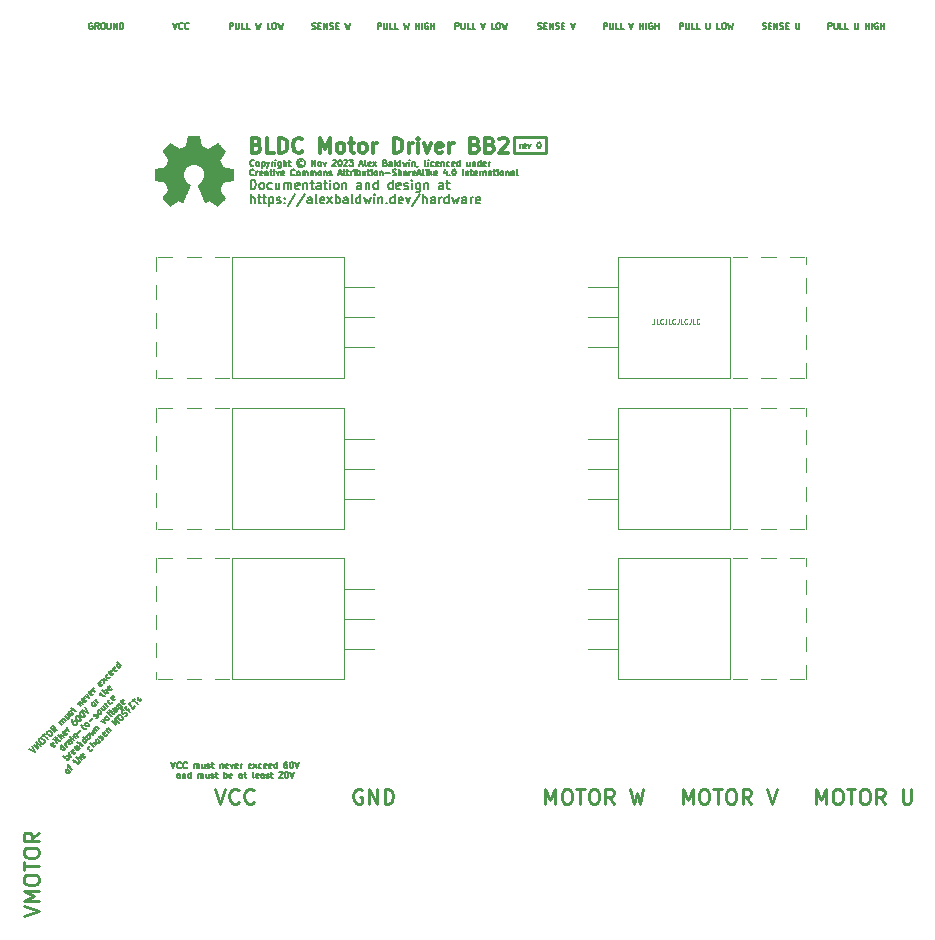
<source format=gbr>
%TF.GenerationSoftware,KiCad,Pcbnew,6.0.11+dfsg-1*%
%TF.CreationDate,2023-11-07T11:46:17+00:00*%
%TF.ProjectId,bb2b,62623262-2e6b-4696-9361-645f70636258,rev?*%
%TF.SameCoordinates,Original*%
%TF.FileFunction,Legend,Top*%
%TF.FilePolarity,Positive*%
%FSLAX46Y46*%
G04 Gerber Fmt 4.6, Leading zero omitted, Abs format (unit mm)*
G04 Created by KiCad (PCBNEW 6.0.11+dfsg-1) date 2023-11-07 11:46:17*
%MOMM*%
%LPD*%
G01*
G04 APERTURE LIST*
%ADD10C,0.100000*%
%ADD11C,0.254000*%
%ADD12C,0.127000*%
%ADD13C,0.317500*%
%ADD14C,0.150000*%
%ADD15C,0.120000*%
%ADD16C,0.010000*%
G04 APERTURE END LIST*
D10*
X130232380Y-76869952D02*
X130232380Y-77155666D01*
X130213333Y-77212809D01*
X130175238Y-77250904D01*
X130118095Y-77269952D01*
X130080000Y-77269952D01*
X130613333Y-77269952D02*
X130422857Y-77269952D01*
X130422857Y-76869952D01*
X130975238Y-77231857D02*
X130956190Y-77250904D01*
X130899047Y-77269952D01*
X130860952Y-77269952D01*
X130803809Y-77250904D01*
X130765714Y-77212809D01*
X130746666Y-77174714D01*
X130727619Y-77098523D01*
X130727619Y-77041380D01*
X130746666Y-76965190D01*
X130765714Y-76927095D01*
X130803809Y-76889000D01*
X130860952Y-76869952D01*
X130899047Y-76869952D01*
X130956190Y-76889000D01*
X130975238Y-76908047D01*
X131260952Y-76869952D02*
X131260952Y-77155666D01*
X131241904Y-77212809D01*
X131203809Y-77250904D01*
X131146666Y-77269952D01*
X131108571Y-77269952D01*
X131641904Y-77269952D02*
X131451428Y-77269952D01*
X131451428Y-76869952D01*
X132003809Y-77231857D02*
X131984761Y-77250904D01*
X131927619Y-77269952D01*
X131889523Y-77269952D01*
X131832380Y-77250904D01*
X131794285Y-77212809D01*
X131775238Y-77174714D01*
X131756190Y-77098523D01*
X131756190Y-77041380D01*
X131775238Y-76965190D01*
X131794285Y-76927095D01*
X131832380Y-76889000D01*
X131889523Y-76869952D01*
X131927619Y-76869952D01*
X131984761Y-76889000D01*
X132003809Y-76908047D01*
X132289523Y-76869952D02*
X132289523Y-77155666D01*
X132270476Y-77212809D01*
X132232380Y-77250904D01*
X132175238Y-77269952D01*
X132137142Y-77269952D01*
X132670476Y-77269952D02*
X132480000Y-77269952D01*
X132480000Y-76869952D01*
X133032380Y-77231857D02*
X133013333Y-77250904D01*
X132956190Y-77269952D01*
X132918095Y-77269952D01*
X132860952Y-77250904D01*
X132822857Y-77212809D01*
X132803809Y-77174714D01*
X132784761Y-77098523D01*
X132784761Y-77041380D01*
X132803809Y-76965190D01*
X132822857Y-76927095D01*
X132860952Y-76889000D01*
X132918095Y-76869952D01*
X132956190Y-76869952D01*
X133013333Y-76889000D01*
X133032380Y-76908047D01*
X133318095Y-76869952D02*
X133318095Y-77155666D01*
X133299047Y-77212809D01*
X133260952Y-77250904D01*
X133203809Y-77269952D01*
X133165714Y-77269952D01*
X133699047Y-77269952D02*
X133508571Y-77269952D01*
X133508571Y-76869952D01*
X134060952Y-77231857D02*
X134041904Y-77250904D01*
X133984761Y-77269952D01*
X133946666Y-77269952D01*
X133889523Y-77250904D01*
X133851428Y-77212809D01*
X133832380Y-77174714D01*
X133813333Y-77098523D01*
X133813333Y-77041380D01*
X133832380Y-76965190D01*
X133851428Y-76927095D01*
X133889523Y-76889000D01*
X133946666Y-76869952D01*
X133984761Y-76869952D01*
X134041904Y-76889000D01*
X134060952Y-76908047D01*
D11*
X118381000Y-61480000D02*
X121031000Y-61480000D01*
X121031000Y-62830000D02*
X118381000Y-62830000D01*
X118381000Y-62830000D02*
X118381000Y-61480000D01*
X121031000Y-61480000D02*
X121031000Y-62830000D01*
X143933333Y-117922523D02*
X143933333Y-116652523D01*
X144356666Y-117559666D01*
X144780000Y-116652523D01*
X144780000Y-117922523D01*
X145626666Y-116652523D02*
X145868571Y-116652523D01*
X145989523Y-116713000D01*
X146110476Y-116833952D01*
X146170952Y-117075857D01*
X146170952Y-117499190D01*
X146110476Y-117741095D01*
X145989523Y-117862047D01*
X145868571Y-117922523D01*
X145626666Y-117922523D01*
X145505714Y-117862047D01*
X145384761Y-117741095D01*
X145324285Y-117499190D01*
X145324285Y-117075857D01*
X145384761Y-116833952D01*
X145505714Y-116713000D01*
X145626666Y-116652523D01*
X146533809Y-116652523D02*
X147259523Y-116652523D01*
X146896666Y-117922523D02*
X146896666Y-116652523D01*
X147924761Y-116652523D02*
X148166666Y-116652523D01*
X148287619Y-116713000D01*
X148408571Y-116833952D01*
X148469047Y-117075857D01*
X148469047Y-117499190D01*
X148408571Y-117741095D01*
X148287619Y-117862047D01*
X148166666Y-117922523D01*
X147924761Y-117922523D01*
X147803809Y-117862047D01*
X147682857Y-117741095D01*
X147622380Y-117499190D01*
X147622380Y-117075857D01*
X147682857Y-116833952D01*
X147803809Y-116713000D01*
X147924761Y-116652523D01*
X149739047Y-117922523D02*
X149315714Y-117317761D01*
X149013333Y-117922523D02*
X149013333Y-116652523D01*
X149497142Y-116652523D01*
X149618095Y-116713000D01*
X149678571Y-116773476D01*
X149739047Y-116894428D01*
X149739047Y-117075857D01*
X149678571Y-117196809D01*
X149618095Y-117257285D01*
X149497142Y-117317761D01*
X149013333Y-117317761D01*
X151250952Y-116652523D02*
X151250952Y-117680619D01*
X151311428Y-117801571D01*
X151371904Y-117862047D01*
X151492857Y-117922523D01*
X151734761Y-117922523D01*
X151855714Y-117862047D01*
X151916190Y-117801571D01*
X151976666Y-117680619D01*
X151976666Y-116652523D01*
X76850723Y-127423333D02*
X78120723Y-127000000D01*
X76850723Y-126576666D01*
X78120723Y-126153333D02*
X76850723Y-126153333D01*
X77757866Y-125730000D01*
X76850723Y-125306666D01*
X78120723Y-125306666D01*
X76850723Y-124460000D02*
X76850723Y-124218095D01*
X76911200Y-124097142D01*
X77032152Y-123976190D01*
X77274057Y-123915714D01*
X77697390Y-123915714D01*
X77939295Y-123976190D01*
X78060247Y-124097142D01*
X78120723Y-124218095D01*
X78120723Y-124460000D01*
X78060247Y-124580952D01*
X77939295Y-124701904D01*
X77697390Y-124762380D01*
X77274057Y-124762380D01*
X77032152Y-124701904D01*
X76911200Y-124580952D01*
X76850723Y-124460000D01*
X76850723Y-123552857D02*
X76850723Y-122827142D01*
X78120723Y-123190000D02*
X76850723Y-123190000D01*
X76850723Y-122161904D02*
X76850723Y-121920000D01*
X76911200Y-121799047D01*
X77032152Y-121678095D01*
X77274057Y-121617619D01*
X77697390Y-121617619D01*
X77939295Y-121678095D01*
X78060247Y-121799047D01*
X78120723Y-121920000D01*
X78120723Y-122161904D01*
X78060247Y-122282857D01*
X77939295Y-122403809D01*
X77697390Y-122464285D01*
X77274057Y-122464285D01*
X77032152Y-122403809D01*
X76911200Y-122282857D01*
X76850723Y-122161904D01*
X78120723Y-120347619D02*
X77515961Y-120770952D01*
X78120723Y-121073333D02*
X76850723Y-121073333D01*
X76850723Y-120589523D01*
X76911200Y-120468571D01*
X76971676Y-120408095D01*
X77092628Y-120347619D01*
X77274057Y-120347619D01*
X77395009Y-120408095D01*
X77455485Y-120468571D01*
X77515961Y-120589523D01*
X77515961Y-121073333D01*
X132624285Y-117922523D02*
X132624285Y-116652523D01*
X133047619Y-117559666D01*
X133470952Y-116652523D01*
X133470952Y-117922523D01*
X134317619Y-116652523D02*
X134559523Y-116652523D01*
X134680476Y-116713000D01*
X134801428Y-116833952D01*
X134861904Y-117075857D01*
X134861904Y-117499190D01*
X134801428Y-117741095D01*
X134680476Y-117862047D01*
X134559523Y-117922523D01*
X134317619Y-117922523D01*
X134196666Y-117862047D01*
X134075714Y-117741095D01*
X134015238Y-117499190D01*
X134015238Y-117075857D01*
X134075714Y-116833952D01*
X134196666Y-116713000D01*
X134317619Y-116652523D01*
X135224761Y-116652523D02*
X135950476Y-116652523D01*
X135587619Y-117922523D02*
X135587619Y-116652523D01*
X136615714Y-116652523D02*
X136857619Y-116652523D01*
X136978571Y-116713000D01*
X137099523Y-116833952D01*
X137160000Y-117075857D01*
X137160000Y-117499190D01*
X137099523Y-117741095D01*
X136978571Y-117862047D01*
X136857619Y-117922523D01*
X136615714Y-117922523D01*
X136494761Y-117862047D01*
X136373809Y-117741095D01*
X136313333Y-117499190D01*
X136313333Y-117075857D01*
X136373809Y-116833952D01*
X136494761Y-116713000D01*
X136615714Y-116652523D01*
X138430000Y-117922523D02*
X138006666Y-117317761D01*
X137704285Y-117922523D02*
X137704285Y-116652523D01*
X138188095Y-116652523D01*
X138309047Y-116713000D01*
X138369523Y-116773476D01*
X138430000Y-116894428D01*
X138430000Y-117075857D01*
X138369523Y-117196809D01*
X138309047Y-117257285D01*
X138188095Y-117317761D01*
X137704285Y-117317761D01*
X139760476Y-116652523D02*
X140183809Y-117922523D01*
X140607142Y-116652523D01*
D12*
X101273428Y-52275619D02*
X101346000Y-52299809D01*
X101466952Y-52299809D01*
X101515333Y-52275619D01*
X101539523Y-52251428D01*
X101563714Y-52203047D01*
X101563714Y-52154666D01*
X101539523Y-52106285D01*
X101515333Y-52082095D01*
X101466952Y-52057904D01*
X101370190Y-52033714D01*
X101321809Y-52009523D01*
X101297619Y-51985333D01*
X101273428Y-51936952D01*
X101273428Y-51888571D01*
X101297619Y-51840190D01*
X101321809Y-51816000D01*
X101370190Y-51791809D01*
X101491142Y-51791809D01*
X101563714Y-51816000D01*
X101781428Y-52033714D02*
X101950761Y-52033714D01*
X102023333Y-52299809D02*
X101781428Y-52299809D01*
X101781428Y-51791809D01*
X102023333Y-51791809D01*
X102241047Y-52299809D02*
X102241047Y-51791809D01*
X102531333Y-52299809D01*
X102531333Y-51791809D01*
X102749047Y-52275619D02*
X102821619Y-52299809D01*
X102942571Y-52299809D01*
X102990952Y-52275619D01*
X103015142Y-52251428D01*
X103039333Y-52203047D01*
X103039333Y-52154666D01*
X103015142Y-52106285D01*
X102990952Y-52082095D01*
X102942571Y-52057904D01*
X102845809Y-52033714D01*
X102797428Y-52009523D01*
X102773238Y-51985333D01*
X102749047Y-51936952D01*
X102749047Y-51888571D01*
X102773238Y-51840190D01*
X102797428Y-51816000D01*
X102845809Y-51791809D01*
X102966761Y-51791809D01*
X103039333Y-51816000D01*
X103257047Y-52033714D02*
X103426380Y-52033714D01*
X103498952Y-52299809D02*
X103257047Y-52299809D01*
X103257047Y-51791809D01*
X103498952Y-51791809D01*
X104055333Y-51791809D02*
X104176285Y-52299809D01*
X104273047Y-51936952D01*
X104369809Y-52299809D01*
X104490761Y-51791809D01*
X144949333Y-52299809D02*
X144949333Y-51791809D01*
X145142857Y-51791809D01*
X145191238Y-51816000D01*
X145215428Y-51840190D01*
X145239619Y-51888571D01*
X145239619Y-51961142D01*
X145215428Y-52009523D01*
X145191238Y-52033714D01*
X145142857Y-52057904D01*
X144949333Y-52057904D01*
X145457333Y-51791809D02*
X145457333Y-52203047D01*
X145481523Y-52251428D01*
X145505714Y-52275619D01*
X145554095Y-52299809D01*
X145650857Y-52299809D01*
X145699238Y-52275619D01*
X145723428Y-52251428D01*
X145747619Y-52203047D01*
X145747619Y-51791809D01*
X146231428Y-52299809D02*
X145989523Y-52299809D01*
X145989523Y-51791809D01*
X146642666Y-52299809D02*
X146400761Y-52299809D01*
X146400761Y-51791809D01*
X147199047Y-51791809D02*
X147199047Y-52203047D01*
X147223238Y-52251428D01*
X147247428Y-52275619D01*
X147295809Y-52299809D01*
X147392571Y-52299809D01*
X147440952Y-52275619D01*
X147465142Y-52251428D01*
X147489333Y-52203047D01*
X147489333Y-51791809D01*
X148118285Y-52299809D02*
X148118285Y-51791809D01*
X148118285Y-52033714D02*
X148408571Y-52033714D01*
X148408571Y-52299809D02*
X148408571Y-51791809D01*
X148650476Y-52299809D02*
X148650476Y-51791809D01*
X149158476Y-51816000D02*
X149110095Y-51791809D01*
X149037523Y-51791809D01*
X148964952Y-51816000D01*
X148916571Y-51864380D01*
X148892380Y-51912761D01*
X148868190Y-52009523D01*
X148868190Y-52082095D01*
X148892380Y-52178857D01*
X148916571Y-52227238D01*
X148964952Y-52275619D01*
X149037523Y-52299809D01*
X149085904Y-52299809D01*
X149158476Y-52275619D01*
X149182666Y-52251428D01*
X149182666Y-52082095D01*
X149085904Y-52082095D01*
X149400380Y-52299809D02*
X149400380Y-51791809D01*
X149400380Y-52033714D02*
X149690666Y-52033714D01*
X149690666Y-52299809D02*
X149690666Y-51791809D01*
X120396000Y-52275619D02*
X120468571Y-52299809D01*
X120589523Y-52299809D01*
X120637904Y-52275619D01*
X120662095Y-52251428D01*
X120686285Y-52203047D01*
X120686285Y-52154666D01*
X120662095Y-52106285D01*
X120637904Y-52082095D01*
X120589523Y-52057904D01*
X120492761Y-52033714D01*
X120444380Y-52009523D01*
X120420190Y-51985333D01*
X120396000Y-51936952D01*
X120396000Y-51888571D01*
X120420190Y-51840190D01*
X120444380Y-51816000D01*
X120492761Y-51791809D01*
X120613714Y-51791809D01*
X120686285Y-51816000D01*
X120904000Y-52033714D02*
X121073333Y-52033714D01*
X121145904Y-52299809D02*
X120904000Y-52299809D01*
X120904000Y-51791809D01*
X121145904Y-51791809D01*
X121363619Y-52299809D02*
X121363619Y-51791809D01*
X121653904Y-52299809D01*
X121653904Y-51791809D01*
X121871619Y-52275619D02*
X121944190Y-52299809D01*
X122065142Y-52299809D01*
X122113523Y-52275619D01*
X122137714Y-52251428D01*
X122161904Y-52203047D01*
X122161904Y-52154666D01*
X122137714Y-52106285D01*
X122113523Y-52082095D01*
X122065142Y-52057904D01*
X121968380Y-52033714D01*
X121920000Y-52009523D01*
X121895809Y-51985333D01*
X121871619Y-51936952D01*
X121871619Y-51888571D01*
X121895809Y-51840190D01*
X121920000Y-51816000D01*
X121968380Y-51791809D01*
X122089333Y-51791809D01*
X122161904Y-51816000D01*
X122379619Y-52033714D02*
X122548952Y-52033714D01*
X122621523Y-52299809D02*
X122379619Y-52299809D01*
X122379619Y-51791809D01*
X122621523Y-51791809D01*
X123153714Y-51791809D02*
X123323047Y-52299809D01*
X123492380Y-51791809D01*
X89347523Y-114374869D02*
X89516857Y-114882869D01*
X89686190Y-114374869D01*
X90145809Y-114834488D02*
X90121619Y-114858679D01*
X90049047Y-114882869D01*
X90000666Y-114882869D01*
X89928095Y-114858679D01*
X89879714Y-114810298D01*
X89855523Y-114761917D01*
X89831333Y-114665155D01*
X89831333Y-114592583D01*
X89855523Y-114495821D01*
X89879714Y-114447440D01*
X89928095Y-114399060D01*
X90000666Y-114374869D01*
X90049047Y-114374869D01*
X90121619Y-114399060D01*
X90145809Y-114423250D01*
X90653809Y-114834488D02*
X90629619Y-114858679D01*
X90557047Y-114882869D01*
X90508666Y-114882869D01*
X90436095Y-114858679D01*
X90387714Y-114810298D01*
X90363523Y-114761917D01*
X90339333Y-114665155D01*
X90339333Y-114592583D01*
X90363523Y-114495821D01*
X90387714Y-114447440D01*
X90436095Y-114399060D01*
X90508666Y-114374869D01*
X90557047Y-114374869D01*
X90629619Y-114399060D01*
X90653809Y-114423250D01*
X91258571Y-114882869D02*
X91258571Y-114544202D01*
X91258571Y-114592583D02*
X91282761Y-114568393D01*
X91331142Y-114544202D01*
X91403714Y-114544202D01*
X91452095Y-114568393D01*
X91476285Y-114616774D01*
X91476285Y-114882869D01*
X91476285Y-114616774D02*
X91500476Y-114568393D01*
X91548857Y-114544202D01*
X91621428Y-114544202D01*
X91669809Y-114568393D01*
X91694000Y-114616774D01*
X91694000Y-114882869D01*
X92153619Y-114544202D02*
X92153619Y-114882869D01*
X91935904Y-114544202D02*
X91935904Y-114810298D01*
X91960095Y-114858679D01*
X92008476Y-114882869D01*
X92081047Y-114882869D01*
X92129428Y-114858679D01*
X92153619Y-114834488D01*
X92371333Y-114858679D02*
X92419714Y-114882869D01*
X92516476Y-114882869D01*
X92564857Y-114858679D01*
X92589047Y-114810298D01*
X92589047Y-114786107D01*
X92564857Y-114737726D01*
X92516476Y-114713536D01*
X92443904Y-114713536D01*
X92395523Y-114689345D01*
X92371333Y-114640964D01*
X92371333Y-114616774D01*
X92395523Y-114568393D01*
X92443904Y-114544202D01*
X92516476Y-114544202D01*
X92564857Y-114568393D01*
X92734190Y-114544202D02*
X92927714Y-114544202D01*
X92806761Y-114374869D02*
X92806761Y-114810298D01*
X92830952Y-114858679D01*
X92879333Y-114882869D01*
X92927714Y-114882869D01*
X93484095Y-114544202D02*
X93484095Y-114882869D01*
X93484095Y-114592583D02*
X93508285Y-114568393D01*
X93556666Y-114544202D01*
X93629238Y-114544202D01*
X93677619Y-114568393D01*
X93701809Y-114616774D01*
X93701809Y-114882869D01*
X94137238Y-114858679D02*
X94088857Y-114882869D01*
X93992095Y-114882869D01*
X93943714Y-114858679D01*
X93919523Y-114810298D01*
X93919523Y-114616774D01*
X93943714Y-114568393D01*
X93992095Y-114544202D01*
X94088857Y-114544202D01*
X94137238Y-114568393D01*
X94161428Y-114616774D01*
X94161428Y-114665155D01*
X93919523Y-114713536D01*
X94330761Y-114544202D02*
X94451714Y-114882869D01*
X94572666Y-114544202D01*
X94959714Y-114858679D02*
X94911333Y-114882869D01*
X94814571Y-114882869D01*
X94766190Y-114858679D01*
X94742000Y-114810298D01*
X94742000Y-114616774D01*
X94766190Y-114568393D01*
X94814571Y-114544202D01*
X94911333Y-114544202D01*
X94959714Y-114568393D01*
X94983904Y-114616774D01*
X94983904Y-114665155D01*
X94742000Y-114713536D01*
X95201619Y-114882869D02*
X95201619Y-114544202D01*
X95201619Y-114640964D02*
X95225809Y-114592583D01*
X95250000Y-114568393D01*
X95298380Y-114544202D01*
X95346761Y-114544202D01*
X96096666Y-114858679D02*
X96048285Y-114882869D01*
X95951523Y-114882869D01*
X95903142Y-114858679D01*
X95878952Y-114810298D01*
X95878952Y-114616774D01*
X95903142Y-114568393D01*
X95951523Y-114544202D01*
X96048285Y-114544202D01*
X96096666Y-114568393D01*
X96120857Y-114616774D01*
X96120857Y-114665155D01*
X95878952Y-114713536D01*
X96290190Y-114882869D02*
X96556285Y-114544202D01*
X96290190Y-114544202D02*
X96556285Y-114882869D01*
X96967523Y-114858679D02*
X96919142Y-114882869D01*
X96822380Y-114882869D01*
X96774000Y-114858679D01*
X96749809Y-114834488D01*
X96725619Y-114786107D01*
X96725619Y-114640964D01*
X96749809Y-114592583D01*
X96774000Y-114568393D01*
X96822380Y-114544202D01*
X96919142Y-114544202D01*
X96967523Y-114568393D01*
X97378761Y-114858679D02*
X97330380Y-114882869D01*
X97233619Y-114882869D01*
X97185238Y-114858679D01*
X97161047Y-114810298D01*
X97161047Y-114616774D01*
X97185238Y-114568393D01*
X97233619Y-114544202D01*
X97330380Y-114544202D01*
X97378761Y-114568393D01*
X97402952Y-114616774D01*
X97402952Y-114665155D01*
X97161047Y-114713536D01*
X97814190Y-114858679D02*
X97765809Y-114882869D01*
X97669047Y-114882869D01*
X97620666Y-114858679D01*
X97596476Y-114810298D01*
X97596476Y-114616774D01*
X97620666Y-114568393D01*
X97669047Y-114544202D01*
X97765809Y-114544202D01*
X97814190Y-114568393D01*
X97838380Y-114616774D01*
X97838380Y-114665155D01*
X97596476Y-114713536D01*
X98273809Y-114882869D02*
X98273809Y-114374869D01*
X98273809Y-114858679D02*
X98225428Y-114882869D01*
X98128666Y-114882869D01*
X98080285Y-114858679D01*
X98056095Y-114834488D01*
X98031904Y-114786107D01*
X98031904Y-114640964D01*
X98056095Y-114592583D01*
X98080285Y-114568393D01*
X98128666Y-114544202D01*
X98225428Y-114544202D01*
X98273809Y-114568393D01*
X99120476Y-114374869D02*
X99023714Y-114374869D01*
X98975333Y-114399060D01*
X98951142Y-114423250D01*
X98902761Y-114495821D01*
X98878571Y-114592583D01*
X98878571Y-114786107D01*
X98902761Y-114834488D01*
X98926952Y-114858679D01*
X98975333Y-114882869D01*
X99072095Y-114882869D01*
X99120476Y-114858679D01*
X99144666Y-114834488D01*
X99168857Y-114786107D01*
X99168857Y-114665155D01*
X99144666Y-114616774D01*
X99120476Y-114592583D01*
X99072095Y-114568393D01*
X98975333Y-114568393D01*
X98926952Y-114592583D01*
X98902761Y-114616774D01*
X98878571Y-114665155D01*
X99483333Y-114374869D02*
X99531714Y-114374869D01*
X99580095Y-114399060D01*
X99604285Y-114423250D01*
X99628476Y-114471631D01*
X99652666Y-114568393D01*
X99652666Y-114689345D01*
X99628476Y-114786107D01*
X99604285Y-114834488D01*
X99580095Y-114858679D01*
X99531714Y-114882869D01*
X99483333Y-114882869D01*
X99434952Y-114858679D01*
X99410761Y-114834488D01*
X99386571Y-114786107D01*
X99362380Y-114689345D01*
X99362380Y-114568393D01*
X99386571Y-114471631D01*
X99410761Y-114423250D01*
X99434952Y-114399060D01*
X99483333Y-114374869D01*
X99797809Y-114374869D02*
X99967142Y-114882869D01*
X100136476Y-114374869D01*
X90049047Y-115700749D02*
X90049047Y-115434654D01*
X90024857Y-115386273D01*
X89976476Y-115362082D01*
X89879714Y-115362082D01*
X89831333Y-115386273D01*
X90049047Y-115676559D02*
X90000666Y-115700749D01*
X89879714Y-115700749D01*
X89831333Y-115676559D01*
X89807142Y-115628178D01*
X89807142Y-115579797D01*
X89831333Y-115531416D01*
X89879714Y-115507225D01*
X90000666Y-115507225D01*
X90049047Y-115483035D01*
X90290952Y-115362082D02*
X90290952Y-115700749D01*
X90290952Y-115410463D02*
X90315142Y-115386273D01*
X90363523Y-115362082D01*
X90436095Y-115362082D01*
X90484476Y-115386273D01*
X90508666Y-115434654D01*
X90508666Y-115700749D01*
X90968285Y-115700749D02*
X90968285Y-115192749D01*
X90968285Y-115676559D02*
X90919904Y-115700749D01*
X90823142Y-115700749D01*
X90774761Y-115676559D01*
X90750571Y-115652368D01*
X90726380Y-115603987D01*
X90726380Y-115458844D01*
X90750571Y-115410463D01*
X90774761Y-115386273D01*
X90823142Y-115362082D01*
X90919904Y-115362082D01*
X90968285Y-115386273D01*
X91597238Y-115700749D02*
X91597238Y-115362082D01*
X91597238Y-115410463D02*
X91621428Y-115386273D01*
X91669809Y-115362082D01*
X91742380Y-115362082D01*
X91790761Y-115386273D01*
X91814952Y-115434654D01*
X91814952Y-115700749D01*
X91814952Y-115434654D02*
X91839142Y-115386273D01*
X91887523Y-115362082D01*
X91960095Y-115362082D01*
X92008476Y-115386273D01*
X92032666Y-115434654D01*
X92032666Y-115700749D01*
X92492285Y-115362082D02*
X92492285Y-115700749D01*
X92274571Y-115362082D02*
X92274571Y-115628178D01*
X92298761Y-115676559D01*
X92347142Y-115700749D01*
X92419714Y-115700749D01*
X92468095Y-115676559D01*
X92492285Y-115652368D01*
X92710000Y-115676559D02*
X92758380Y-115700749D01*
X92855142Y-115700749D01*
X92903523Y-115676559D01*
X92927714Y-115628178D01*
X92927714Y-115603987D01*
X92903523Y-115555606D01*
X92855142Y-115531416D01*
X92782571Y-115531416D01*
X92734190Y-115507225D01*
X92710000Y-115458844D01*
X92710000Y-115434654D01*
X92734190Y-115386273D01*
X92782571Y-115362082D01*
X92855142Y-115362082D01*
X92903523Y-115386273D01*
X93072857Y-115362082D02*
X93266380Y-115362082D01*
X93145428Y-115192749D02*
X93145428Y-115628178D01*
X93169619Y-115676559D01*
X93218000Y-115700749D01*
X93266380Y-115700749D01*
X93822761Y-115700749D02*
X93822761Y-115192749D01*
X93822761Y-115386273D02*
X93871142Y-115362082D01*
X93967904Y-115362082D01*
X94016285Y-115386273D01*
X94040476Y-115410463D01*
X94064666Y-115458844D01*
X94064666Y-115603987D01*
X94040476Y-115652368D01*
X94016285Y-115676559D01*
X93967904Y-115700749D01*
X93871142Y-115700749D01*
X93822761Y-115676559D01*
X94475904Y-115676559D02*
X94427523Y-115700749D01*
X94330761Y-115700749D01*
X94282380Y-115676559D01*
X94258190Y-115628178D01*
X94258190Y-115434654D01*
X94282380Y-115386273D01*
X94330761Y-115362082D01*
X94427523Y-115362082D01*
X94475904Y-115386273D01*
X94500095Y-115434654D01*
X94500095Y-115483035D01*
X94258190Y-115531416D01*
X95322571Y-115700749D02*
X95322571Y-115434654D01*
X95298380Y-115386273D01*
X95250000Y-115362082D01*
X95153238Y-115362082D01*
X95104857Y-115386273D01*
X95322571Y-115676559D02*
X95274190Y-115700749D01*
X95153238Y-115700749D01*
X95104857Y-115676559D01*
X95080666Y-115628178D01*
X95080666Y-115579797D01*
X95104857Y-115531416D01*
X95153238Y-115507225D01*
X95274190Y-115507225D01*
X95322571Y-115483035D01*
X95491904Y-115362082D02*
X95685428Y-115362082D01*
X95564476Y-115192749D02*
X95564476Y-115628178D01*
X95588666Y-115676559D01*
X95637047Y-115700749D01*
X95685428Y-115700749D01*
X96314380Y-115700749D02*
X96266000Y-115676559D01*
X96241809Y-115628178D01*
X96241809Y-115192749D01*
X96701428Y-115676559D02*
X96653047Y-115700749D01*
X96556285Y-115700749D01*
X96507904Y-115676559D01*
X96483714Y-115628178D01*
X96483714Y-115434654D01*
X96507904Y-115386273D01*
X96556285Y-115362082D01*
X96653047Y-115362082D01*
X96701428Y-115386273D01*
X96725619Y-115434654D01*
X96725619Y-115483035D01*
X96483714Y-115531416D01*
X97161047Y-115700749D02*
X97161047Y-115434654D01*
X97136857Y-115386273D01*
X97088476Y-115362082D01*
X96991714Y-115362082D01*
X96943333Y-115386273D01*
X97161047Y-115676559D02*
X97112666Y-115700749D01*
X96991714Y-115700749D01*
X96943333Y-115676559D01*
X96919142Y-115628178D01*
X96919142Y-115579797D01*
X96943333Y-115531416D01*
X96991714Y-115507225D01*
X97112666Y-115507225D01*
X97161047Y-115483035D01*
X97378761Y-115676559D02*
X97427142Y-115700749D01*
X97523904Y-115700749D01*
X97572285Y-115676559D01*
X97596476Y-115628178D01*
X97596476Y-115603987D01*
X97572285Y-115555606D01*
X97523904Y-115531416D01*
X97451333Y-115531416D01*
X97402952Y-115507225D01*
X97378761Y-115458844D01*
X97378761Y-115434654D01*
X97402952Y-115386273D01*
X97451333Y-115362082D01*
X97523904Y-115362082D01*
X97572285Y-115386273D01*
X97741619Y-115362082D02*
X97935142Y-115362082D01*
X97814190Y-115192749D02*
X97814190Y-115628178D01*
X97838380Y-115676559D01*
X97886761Y-115700749D01*
X97935142Y-115700749D01*
X98467333Y-115241130D02*
X98491523Y-115216940D01*
X98539904Y-115192749D01*
X98660857Y-115192749D01*
X98709238Y-115216940D01*
X98733428Y-115241130D01*
X98757619Y-115289511D01*
X98757619Y-115337892D01*
X98733428Y-115410463D01*
X98443142Y-115700749D01*
X98757619Y-115700749D01*
X99072095Y-115192749D02*
X99120476Y-115192749D01*
X99168857Y-115216940D01*
X99193047Y-115241130D01*
X99217238Y-115289511D01*
X99241428Y-115386273D01*
X99241428Y-115507225D01*
X99217238Y-115603987D01*
X99193047Y-115652368D01*
X99168857Y-115676559D01*
X99120476Y-115700749D01*
X99072095Y-115700749D01*
X99023714Y-115676559D01*
X98999523Y-115652368D01*
X98975333Y-115603987D01*
X98951142Y-115507225D01*
X98951142Y-115386273D01*
X98975333Y-115289511D01*
X98999523Y-115241130D01*
X99023714Y-115216940D01*
X99072095Y-115192749D01*
X99386571Y-115192749D02*
X99555904Y-115700749D01*
X99725238Y-115192749D01*
D11*
X121012857Y-117922523D02*
X121012857Y-116652523D01*
X121436190Y-117559666D01*
X121859523Y-116652523D01*
X121859523Y-117922523D01*
X122706190Y-116652523D02*
X122948095Y-116652523D01*
X123069047Y-116713000D01*
X123190000Y-116833952D01*
X123250476Y-117075857D01*
X123250476Y-117499190D01*
X123190000Y-117741095D01*
X123069047Y-117862047D01*
X122948095Y-117922523D01*
X122706190Y-117922523D01*
X122585238Y-117862047D01*
X122464285Y-117741095D01*
X122403809Y-117499190D01*
X122403809Y-117075857D01*
X122464285Y-116833952D01*
X122585238Y-116713000D01*
X122706190Y-116652523D01*
X123613333Y-116652523D02*
X124339047Y-116652523D01*
X123976190Y-117922523D02*
X123976190Y-116652523D01*
X125004285Y-116652523D02*
X125246190Y-116652523D01*
X125367142Y-116713000D01*
X125488095Y-116833952D01*
X125548571Y-117075857D01*
X125548571Y-117499190D01*
X125488095Y-117741095D01*
X125367142Y-117862047D01*
X125246190Y-117922523D01*
X125004285Y-117922523D01*
X124883333Y-117862047D01*
X124762380Y-117741095D01*
X124701904Y-117499190D01*
X124701904Y-117075857D01*
X124762380Y-116833952D01*
X124883333Y-116713000D01*
X125004285Y-116652523D01*
X126818571Y-117922523D02*
X126395238Y-117317761D01*
X126092857Y-117922523D02*
X126092857Y-116652523D01*
X126576666Y-116652523D01*
X126697619Y-116713000D01*
X126758095Y-116773476D01*
X126818571Y-116894428D01*
X126818571Y-117075857D01*
X126758095Y-117196809D01*
X126697619Y-117257285D01*
X126576666Y-117317761D01*
X126092857Y-117317761D01*
X128209523Y-116652523D02*
X128511904Y-117922523D01*
X128753809Y-117015380D01*
X128995714Y-117922523D01*
X129298095Y-116652523D01*
X93048666Y-116652523D02*
X93472000Y-117922523D01*
X93895333Y-116652523D01*
X95044380Y-117801571D02*
X94983904Y-117862047D01*
X94802476Y-117922523D01*
X94681523Y-117922523D01*
X94500095Y-117862047D01*
X94379142Y-117741095D01*
X94318666Y-117620142D01*
X94258190Y-117378238D01*
X94258190Y-117196809D01*
X94318666Y-116954904D01*
X94379142Y-116833952D01*
X94500095Y-116713000D01*
X94681523Y-116652523D01*
X94802476Y-116652523D01*
X94983904Y-116713000D01*
X95044380Y-116773476D01*
X96314380Y-117801571D02*
X96253904Y-117862047D01*
X96072476Y-117922523D01*
X95951523Y-117922523D01*
X95770095Y-117862047D01*
X95649142Y-117741095D01*
X95588666Y-117620142D01*
X95528190Y-117378238D01*
X95528190Y-117196809D01*
X95588666Y-116954904D01*
X95649142Y-116833952D01*
X95770095Y-116713000D01*
X95951523Y-116652523D01*
X96072476Y-116652523D01*
X96253904Y-116713000D01*
X96314380Y-116773476D01*
D13*
X96563089Y-62139285D02*
X96744517Y-62199761D01*
X96804994Y-62260238D01*
X96865470Y-62381190D01*
X96865470Y-62562619D01*
X96804994Y-62683571D01*
X96744517Y-62744047D01*
X96623565Y-62804523D01*
X96139755Y-62804523D01*
X96139755Y-61534523D01*
X96563089Y-61534523D01*
X96684041Y-61595000D01*
X96744517Y-61655476D01*
X96804994Y-61776428D01*
X96804994Y-61897380D01*
X96744517Y-62018333D01*
X96684041Y-62078809D01*
X96563089Y-62139285D01*
X96139755Y-62139285D01*
X98014517Y-62804523D02*
X97409755Y-62804523D01*
X97409755Y-61534523D01*
X98437851Y-62804523D02*
X98437851Y-61534523D01*
X98740232Y-61534523D01*
X98921660Y-61595000D01*
X99042613Y-61715952D01*
X99103089Y-61836904D01*
X99163565Y-62078809D01*
X99163565Y-62260238D01*
X99103089Y-62502142D01*
X99042613Y-62623095D01*
X98921660Y-62744047D01*
X98740232Y-62804523D01*
X98437851Y-62804523D01*
X100433565Y-62683571D02*
X100373089Y-62744047D01*
X100191660Y-62804523D01*
X100070708Y-62804523D01*
X99889279Y-62744047D01*
X99768327Y-62623095D01*
X99707851Y-62502142D01*
X99647375Y-62260238D01*
X99647375Y-62078809D01*
X99707851Y-61836904D01*
X99768327Y-61715952D01*
X99889279Y-61595000D01*
X100070708Y-61534523D01*
X100191660Y-61534523D01*
X100373089Y-61595000D01*
X100433565Y-61655476D01*
X101945470Y-62804523D02*
X101945470Y-61534523D01*
X102368803Y-62441666D01*
X102792136Y-61534523D01*
X102792136Y-62804523D01*
X103578327Y-62804523D02*
X103457375Y-62744047D01*
X103396898Y-62683571D01*
X103336422Y-62562619D01*
X103336422Y-62199761D01*
X103396898Y-62078809D01*
X103457375Y-62018333D01*
X103578327Y-61957857D01*
X103759755Y-61957857D01*
X103880708Y-62018333D01*
X103941184Y-62078809D01*
X104001660Y-62199761D01*
X104001660Y-62562619D01*
X103941184Y-62683571D01*
X103880708Y-62744047D01*
X103759755Y-62804523D01*
X103578327Y-62804523D01*
X104364517Y-61957857D02*
X104848327Y-61957857D01*
X104545946Y-61534523D02*
X104545946Y-62623095D01*
X104606422Y-62744047D01*
X104727375Y-62804523D01*
X104848327Y-62804523D01*
X105453089Y-62804523D02*
X105332136Y-62744047D01*
X105271660Y-62683571D01*
X105211184Y-62562619D01*
X105211184Y-62199761D01*
X105271660Y-62078809D01*
X105332136Y-62018333D01*
X105453089Y-61957857D01*
X105634517Y-61957857D01*
X105755470Y-62018333D01*
X105815946Y-62078809D01*
X105876422Y-62199761D01*
X105876422Y-62562619D01*
X105815946Y-62683571D01*
X105755470Y-62744047D01*
X105634517Y-62804523D01*
X105453089Y-62804523D01*
X106420708Y-62804523D02*
X106420708Y-61957857D01*
X106420708Y-62199761D02*
X106481184Y-62078809D01*
X106541660Y-62018333D01*
X106662613Y-61957857D01*
X106783565Y-61957857D01*
X108174517Y-62804523D02*
X108174517Y-61534523D01*
X108476898Y-61534523D01*
X108658327Y-61595000D01*
X108779279Y-61715952D01*
X108839755Y-61836904D01*
X108900232Y-62078809D01*
X108900232Y-62260238D01*
X108839755Y-62502142D01*
X108779279Y-62623095D01*
X108658327Y-62744047D01*
X108476898Y-62804523D01*
X108174517Y-62804523D01*
X109444517Y-62804523D02*
X109444517Y-61957857D01*
X109444517Y-62199761D02*
X109504994Y-62078809D01*
X109565470Y-62018333D01*
X109686422Y-61957857D01*
X109807375Y-61957857D01*
X110230708Y-62804523D02*
X110230708Y-61957857D01*
X110230708Y-61534523D02*
X110170232Y-61595000D01*
X110230708Y-61655476D01*
X110291184Y-61595000D01*
X110230708Y-61534523D01*
X110230708Y-61655476D01*
X110714517Y-61957857D02*
X111016898Y-62804523D01*
X111319279Y-61957857D01*
X112286898Y-62744047D02*
X112165946Y-62804523D01*
X111924041Y-62804523D01*
X111803089Y-62744047D01*
X111742613Y-62623095D01*
X111742613Y-62139285D01*
X111803089Y-62018333D01*
X111924041Y-61957857D01*
X112165946Y-61957857D01*
X112286898Y-62018333D01*
X112347375Y-62139285D01*
X112347375Y-62260238D01*
X111742613Y-62381190D01*
X112891660Y-62804523D02*
X112891660Y-61957857D01*
X112891660Y-62199761D02*
X112952136Y-62078809D01*
X113012613Y-62018333D01*
X113133565Y-61957857D01*
X113254517Y-61957857D01*
X115068803Y-62139285D02*
X115250232Y-62199761D01*
X115310708Y-62260238D01*
X115371184Y-62381190D01*
X115371184Y-62562619D01*
X115310708Y-62683571D01*
X115250232Y-62744047D01*
X115129279Y-62804523D01*
X114645470Y-62804523D01*
X114645470Y-61534523D01*
X115068803Y-61534523D01*
X115189755Y-61595000D01*
X115250232Y-61655476D01*
X115310708Y-61776428D01*
X115310708Y-61897380D01*
X115250232Y-62018333D01*
X115189755Y-62078809D01*
X115068803Y-62139285D01*
X114645470Y-62139285D01*
X116338803Y-62139285D02*
X116520232Y-62199761D01*
X116580708Y-62260238D01*
X116641184Y-62381190D01*
X116641184Y-62562619D01*
X116580708Y-62683571D01*
X116520232Y-62744047D01*
X116399279Y-62804523D01*
X115915470Y-62804523D01*
X115915470Y-61534523D01*
X116338803Y-61534523D01*
X116459755Y-61595000D01*
X116520232Y-61655476D01*
X116580708Y-61776428D01*
X116580708Y-61897380D01*
X116520232Y-62018333D01*
X116459755Y-62078809D01*
X116338803Y-62139285D01*
X115915470Y-62139285D01*
X117124994Y-61655476D02*
X117185470Y-61595000D01*
X117306422Y-61534523D01*
X117608803Y-61534523D01*
X117729755Y-61595000D01*
X117790232Y-61655476D01*
X117850708Y-61776428D01*
X117850708Y-61897380D01*
X117790232Y-62078809D01*
X117064517Y-62804523D01*
X117850708Y-62804523D01*
D12*
X113392857Y-52299809D02*
X113392857Y-51791809D01*
X113586380Y-51791809D01*
X113634761Y-51816000D01*
X113658952Y-51840190D01*
X113683142Y-51888571D01*
X113683142Y-51961142D01*
X113658952Y-52009523D01*
X113634761Y-52033714D01*
X113586380Y-52057904D01*
X113392857Y-52057904D01*
X113900857Y-51791809D02*
X113900857Y-52203047D01*
X113925047Y-52251428D01*
X113949238Y-52275619D01*
X113997619Y-52299809D01*
X114094380Y-52299809D01*
X114142761Y-52275619D01*
X114166952Y-52251428D01*
X114191142Y-52203047D01*
X114191142Y-51791809D01*
X114674952Y-52299809D02*
X114433047Y-52299809D01*
X114433047Y-51791809D01*
X115086190Y-52299809D02*
X114844285Y-52299809D01*
X114844285Y-51791809D01*
X115570000Y-51791809D02*
X115739333Y-52299809D01*
X115908666Y-51791809D01*
X116706952Y-52299809D02*
X116465047Y-52299809D01*
X116465047Y-51791809D01*
X116973047Y-51791809D02*
X117069809Y-51791809D01*
X117118190Y-51816000D01*
X117166571Y-51864380D01*
X117190761Y-51961142D01*
X117190761Y-52130476D01*
X117166571Y-52227238D01*
X117118190Y-52275619D01*
X117069809Y-52299809D01*
X116973047Y-52299809D01*
X116924666Y-52275619D01*
X116876285Y-52227238D01*
X116852095Y-52130476D01*
X116852095Y-51961142D01*
X116876285Y-51864380D01*
X116924666Y-51816000D01*
X116973047Y-51791809D01*
X117360095Y-51791809D02*
X117481047Y-52299809D01*
X117577809Y-51936952D01*
X117674571Y-52299809D01*
X117795523Y-51791809D01*
X125947714Y-52299809D02*
X125947714Y-51791809D01*
X126141238Y-51791809D01*
X126189619Y-51816000D01*
X126213809Y-51840190D01*
X126238000Y-51888571D01*
X126238000Y-51961142D01*
X126213809Y-52009523D01*
X126189619Y-52033714D01*
X126141238Y-52057904D01*
X125947714Y-52057904D01*
X126455714Y-51791809D02*
X126455714Y-52203047D01*
X126479904Y-52251428D01*
X126504095Y-52275619D01*
X126552476Y-52299809D01*
X126649238Y-52299809D01*
X126697619Y-52275619D01*
X126721809Y-52251428D01*
X126746000Y-52203047D01*
X126746000Y-51791809D01*
X127229809Y-52299809D02*
X126987904Y-52299809D01*
X126987904Y-51791809D01*
X127641047Y-52299809D02*
X127399142Y-52299809D01*
X127399142Y-51791809D01*
X128124857Y-51791809D02*
X128294190Y-52299809D01*
X128463523Y-51791809D01*
X129019904Y-52299809D02*
X129019904Y-51791809D01*
X129019904Y-52033714D02*
X129310190Y-52033714D01*
X129310190Y-52299809D02*
X129310190Y-51791809D01*
X129552095Y-52299809D02*
X129552095Y-51791809D01*
X130060095Y-51816000D02*
X130011714Y-51791809D01*
X129939142Y-51791809D01*
X129866571Y-51816000D01*
X129818190Y-51864380D01*
X129794000Y-51912761D01*
X129769809Y-52009523D01*
X129769809Y-52082095D01*
X129794000Y-52178857D01*
X129818190Y-52227238D01*
X129866571Y-52275619D01*
X129939142Y-52299809D01*
X129987523Y-52299809D01*
X130060095Y-52275619D01*
X130084285Y-52251428D01*
X130084285Y-52082095D01*
X129987523Y-52082095D01*
X130302000Y-52299809D02*
X130302000Y-51791809D01*
X130302000Y-52033714D02*
X130592285Y-52033714D01*
X130592285Y-52299809D02*
X130592285Y-51791809D01*
D14*
X96059928Y-65861304D02*
X96059928Y-65099304D01*
X96241357Y-65099304D01*
X96350214Y-65135590D01*
X96422785Y-65208161D01*
X96459071Y-65280732D01*
X96495357Y-65425875D01*
X96495357Y-65534732D01*
X96459071Y-65679875D01*
X96422785Y-65752447D01*
X96350214Y-65825018D01*
X96241357Y-65861304D01*
X96059928Y-65861304D01*
X96930785Y-65861304D02*
X96858214Y-65825018D01*
X96821928Y-65788732D01*
X96785642Y-65716161D01*
X96785642Y-65498447D01*
X96821928Y-65425875D01*
X96858214Y-65389590D01*
X96930785Y-65353304D01*
X97039642Y-65353304D01*
X97112214Y-65389590D01*
X97148500Y-65425875D01*
X97184785Y-65498447D01*
X97184785Y-65716161D01*
X97148500Y-65788732D01*
X97112214Y-65825018D01*
X97039642Y-65861304D01*
X96930785Y-65861304D01*
X97837928Y-65825018D02*
X97765357Y-65861304D01*
X97620214Y-65861304D01*
X97547642Y-65825018D01*
X97511357Y-65788732D01*
X97475071Y-65716161D01*
X97475071Y-65498447D01*
X97511357Y-65425875D01*
X97547642Y-65389590D01*
X97620214Y-65353304D01*
X97765357Y-65353304D01*
X97837928Y-65389590D01*
X98491071Y-65353304D02*
X98491071Y-65861304D01*
X98164500Y-65353304D02*
X98164500Y-65752447D01*
X98200785Y-65825018D01*
X98273357Y-65861304D01*
X98382214Y-65861304D01*
X98454785Y-65825018D01*
X98491071Y-65788732D01*
X98853928Y-65861304D02*
X98853928Y-65353304D01*
X98853928Y-65425875D02*
X98890214Y-65389590D01*
X98962785Y-65353304D01*
X99071642Y-65353304D01*
X99144214Y-65389590D01*
X99180500Y-65462161D01*
X99180500Y-65861304D01*
X99180500Y-65462161D02*
X99216785Y-65389590D01*
X99289357Y-65353304D01*
X99398214Y-65353304D01*
X99470785Y-65389590D01*
X99507071Y-65462161D01*
X99507071Y-65861304D01*
X100160214Y-65825018D02*
X100087642Y-65861304D01*
X99942500Y-65861304D01*
X99869928Y-65825018D01*
X99833642Y-65752447D01*
X99833642Y-65462161D01*
X99869928Y-65389590D01*
X99942500Y-65353304D01*
X100087642Y-65353304D01*
X100160214Y-65389590D01*
X100196500Y-65462161D01*
X100196500Y-65534732D01*
X99833642Y-65607304D01*
X100523071Y-65353304D02*
X100523071Y-65861304D01*
X100523071Y-65425875D02*
X100559357Y-65389590D01*
X100631928Y-65353304D01*
X100740785Y-65353304D01*
X100813357Y-65389590D01*
X100849642Y-65462161D01*
X100849642Y-65861304D01*
X101103642Y-65353304D02*
X101393928Y-65353304D01*
X101212500Y-65099304D02*
X101212500Y-65752447D01*
X101248785Y-65825018D01*
X101321357Y-65861304D01*
X101393928Y-65861304D01*
X101974500Y-65861304D02*
X101974500Y-65462161D01*
X101938214Y-65389590D01*
X101865642Y-65353304D01*
X101720500Y-65353304D01*
X101647928Y-65389590D01*
X101974500Y-65825018D02*
X101901928Y-65861304D01*
X101720500Y-65861304D01*
X101647928Y-65825018D01*
X101611642Y-65752447D01*
X101611642Y-65679875D01*
X101647928Y-65607304D01*
X101720500Y-65571018D01*
X101901928Y-65571018D01*
X101974500Y-65534732D01*
X102228500Y-65353304D02*
X102518785Y-65353304D01*
X102337357Y-65099304D02*
X102337357Y-65752447D01*
X102373642Y-65825018D01*
X102446214Y-65861304D01*
X102518785Y-65861304D01*
X102772785Y-65861304D02*
X102772785Y-65353304D01*
X102772785Y-65099304D02*
X102736500Y-65135590D01*
X102772785Y-65171875D01*
X102809071Y-65135590D01*
X102772785Y-65099304D01*
X102772785Y-65171875D01*
X103244500Y-65861304D02*
X103171928Y-65825018D01*
X103135642Y-65788732D01*
X103099357Y-65716161D01*
X103099357Y-65498447D01*
X103135642Y-65425875D01*
X103171928Y-65389590D01*
X103244500Y-65353304D01*
X103353357Y-65353304D01*
X103425928Y-65389590D01*
X103462214Y-65425875D01*
X103498500Y-65498447D01*
X103498500Y-65716161D01*
X103462214Y-65788732D01*
X103425928Y-65825018D01*
X103353357Y-65861304D01*
X103244500Y-65861304D01*
X103825071Y-65353304D02*
X103825071Y-65861304D01*
X103825071Y-65425875D02*
X103861357Y-65389590D01*
X103933928Y-65353304D01*
X104042785Y-65353304D01*
X104115357Y-65389590D01*
X104151642Y-65462161D01*
X104151642Y-65861304D01*
X105421642Y-65861304D02*
X105421642Y-65462161D01*
X105385357Y-65389590D01*
X105312785Y-65353304D01*
X105167642Y-65353304D01*
X105095071Y-65389590D01*
X105421642Y-65825018D02*
X105349071Y-65861304D01*
X105167642Y-65861304D01*
X105095071Y-65825018D01*
X105058785Y-65752447D01*
X105058785Y-65679875D01*
X105095071Y-65607304D01*
X105167642Y-65571018D01*
X105349071Y-65571018D01*
X105421642Y-65534732D01*
X105784500Y-65353304D02*
X105784500Y-65861304D01*
X105784500Y-65425875D02*
X105820785Y-65389590D01*
X105893357Y-65353304D01*
X106002214Y-65353304D01*
X106074785Y-65389590D01*
X106111071Y-65462161D01*
X106111071Y-65861304D01*
X106800500Y-65861304D02*
X106800500Y-65099304D01*
X106800500Y-65825018D02*
X106727928Y-65861304D01*
X106582785Y-65861304D01*
X106510214Y-65825018D01*
X106473928Y-65788732D01*
X106437642Y-65716161D01*
X106437642Y-65498447D01*
X106473928Y-65425875D01*
X106510214Y-65389590D01*
X106582785Y-65353304D01*
X106727928Y-65353304D01*
X106800500Y-65389590D01*
X108070500Y-65861304D02*
X108070500Y-65099304D01*
X108070500Y-65825018D02*
X107997928Y-65861304D01*
X107852785Y-65861304D01*
X107780214Y-65825018D01*
X107743928Y-65788732D01*
X107707642Y-65716161D01*
X107707642Y-65498447D01*
X107743928Y-65425875D01*
X107780214Y-65389590D01*
X107852785Y-65353304D01*
X107997928Y-65353304D01*
X108070500Y-65389590D01*
X108723642Y-65825018D02*
X108651071Y-65861304D01*
X108505928Y-65861304D01*
X108433357Y-65825018D01*
X108397071Y-65752447D01*
X108397071Y-65462161D01*
X108433357Y-65389590D01*
X108505928Y-65353304D01*
X108651071Y-65353304D01*
X108723642Y-65389590D01*
X108759928Y-65462161D01*
X108759928Y-65534732D01*
X108397071Y-65607304D01*
X109050214Y-65825018D02*
X109122785Y-65861304D01*
X109267928Y-65861304D01*
X109340500Y-65825018D01*
X109376785Y-65752447D01*
X109376785Y-65716161D01*
X109340500Y-65643590D01*
X109267928Y-65607304D01*
X109159071Y-65607304D01*
X109086500Y-65571018D01*
X109050214Y-65498447D01*
X109050214Y-65462161D01*
X109086500Y-65389590D01*
X109159071Y-65353304D01*
X109267928Y-65353304D01*
X109340500Y-65389590D01*
X109703357Y-65861304D02*
X109703357Y-65353304D01*
X109703357Y-65099304D02*
X109667071Y-65135590D01*
X109703357Y-65171875D01*
X109739642Y-65135590D01*
X109703357Y-65099304D01*
X109703357Y-65171875D01*
X110392785Y-65353304D02*
X110392785Y-65970161D01*
X110356500Y-66042732D01*
X110320214Y-66079018D01*
X110247642Y-66115304D01*
X110138785Y-66115304D01*
X110066214Y-66079018D01*
X110392785Y-65825018D02*
X110320214Y-65861304D01*
X110175071Y-65861304D01*
X110102500Y-65825018D01*
X110066214Y-65788732D01*
X110029928Y-65716161D01*
X110029928Y-65498447D01*
X110066214Y-65425875D01*
X110102500Y-65389590D01*
X110175071Y-65353304D01*
X110320214Y-65353304D01*
X110392785Y-65389590D01*
X110755642Y-65353304D02*
X110755642Y-65861304D01*
X110755642Y-65425875D02*
X110791928Y-65389590D01*
X110864500Y-65353304D01*
X110973357Y-65353304D01*
X111045928Y-65389590D01*
X111082214Y-65462161D01*
X111082214Y-65861304D01*
X112352214Y-65861304D02*
X112352214Y-65462161D01*
X112315928Y-65389590D01*
X112243357Y-65353304D01*
X112098214Y-65353304D01*
X112025642Y-65389590D01*
X112352214Y-65825018D02*
X112279642Y-65861304D01*
X112098214Y-65861304D01*
X112025642Y-65825018D01*
X111989357Y-65752447D01*
X111989357Y-65679875D01*
X112025642Y-65607304D01*
X112098214Y-65571018D01*
X112279642Y-65571018D01*
X112352214Y-65534732D01*
X112606214Y-65353304D02*
X112896500Y-65353304D01*
X112715071Y-65099304D02*
X112715071Y-65752447D01*
X112751357Y-65825018D01*
X112823928Y-65861304D01*
X112896500Y-65861304D01*
X96059928Y-67088124D02*
X96059928Y-66326124D01*
X96386500Y-67088124D02*
X96386500Y-66688981D01*
X96350214Y-66616410D01*
X96277642Y-66580124D01*
X96168785Y-66580124D01*
X96096214Y-66616410D01*
X96059928Y-66652695D01*
X96640500Y-66580124D02*
X96930785Y-66580124D01*
X96749357Y-66326124D02*
X96749357Y-66979267D01*
X96785642Y-67051838D01*
X96858214Y-67088124D01*
X96930785Y-67088124D01*
X97075928Y-66580124D02*
X97366214Y-66580124D01*
X97184785Y-66326124D02*
X97184785Y-66979267D01*
X97221071Y-67051838D01*
X97293642Y-67088124D01*
X97366214Y-67088124D01*
X97620214Y-66580124D02*
X97620214Y-67342124D01*
X97620214Y-66616410D02*
X97692785Y-66580124D01*
X97837928Y-66580124D01*
X97910500Y-66616410D01*
X97946785Y-66652695D01*
X97983071Y-66725267D01*
X97983071Y-66942981D01*
X97946785Y-67015552D01*
X97910500Y-67051838D01*
X97837928Y-67088124D01*
X97692785Y-67088124D01*
X97620214Y-67051838D01*
X98273357Y-67051838D02*
X98345928Y-67088124D01*
X98491071Y-67088124D01*
X98563642Y-67051838D01*
X98599928Y-66979267D01*
X98599928Y-66942981D01*
X98563642Y-66870410D01*
X98491071Y-66834124D01*
X98382214Y-66834124D01*
X98309642Y-66797838D01*
X98273357Y-66725267D01*
X98273357Y-66688981D01*
X98309642Y-66616410D01*
X98382214Y-66580124D01*
X98491071Y-66580124D01*
X98563642Y-66616410D01*
X98926500Y-67015552D02*
X98962785Y-67051838D01*
X98926500Y-67088124D01*
X98890214Y-67051838D01*
X98926500Y-67015552D01*
X98926500Y-67088124D01*
X98926500Y-66616410D02*
X98962785Y-66652695D01*
X98926500Y-66688981D01*
X98890214Y-66652695D01*
X98926500Y-66616410D01*
X98926500Y-66688981D01*
X99833642Y-66289838D02*
X99180500Y-67269552D01*
X100631928Y-66289838D02*
X99978785Y-67269552D01*
X101212500Y-67088124D02*
X101212500Y-66688981D01*
X101176214Y-66616410D01*
X101103642Y-66580124D01*
X100958500Y-66580124D01*
X100885928Y-66616410D01*
X101212500Y-67051838D02*
X101139928Y-67088124D01*
X100958500Y-67088124D01*
X100885928Y-67051838D01*
X100849642Y-66979267D01*
X100849642Y-66906695D01*
X100885928Y-66834124D01*
X100958500Y-66797838D01*
X101139928Y-66797838D01*
X101212500Y-66761552D01*
X101684214Y-67088124D02*
X101611642Y-67051838D01*
X101575357Y-66979267D01*
X101575357Y-66326124D01*
X102264785Y-67051838D02*
X102192214Y-67088124D01*
X102047071Y-67088124D01*
X101974500Y-67051838D01*
X101938214Y-66979267D01*
X101938214Y-66688981D01*
X101974500Y-66616410D01*
X102047071Y-66580124D01*
X102192214Y-66580124D01*
X102264785Y-66616410D01*
X102301071Y-66688981D01*
X102301071Y-66761552D01*
X101938214Y-66834124D01*
X102555071Y-67088124D02*
X102954214Y-66580124D01*
X102555071Y-66580124D02*
X102954214Y-67088124D01*
X103244500Y-67088124D02*
X103244500Y-66326124D01*
X103244500Y-66616410D02*
X103317071Y-66580124D01*
X103462214Y-66580124D01*
X103534785Y-66616410D01*
X103571071Y-66652695D01*
X103607357Y-66725267D01*
X103607357Y-66942981D01*
X103571071Y-67015552D01*
X103534785Y-67051838D01*
X103462214Y-67088124D01*
X103317071Y-67088124D01*
X103244500Y-67051838D01*
X104260500Y-67088124D02*
X104260500Y-66688981D01*
X104224214Y-66616410D01*
X104151642Y-66580124D01*
X104006500Y-66580124D01*
X103933928Y-66616410D01*
X104260500Y-67051838D02*
X104187928Y-67088124D01*
X104006500Y-67088124D01*
X103933928Y-67051838D01*
X103897642Y-66979267D01*
X103897642Y-66906695D01*
X103933928Y-66834124D01*
X104006500Y-66797838D01*
X104187928Y-66797838D01*
X104260500Y-66761552D01*
X104732214Y-67088124D02*
X104659642Y-67051838D01*
X104623357Y-66979267D01*
X104623357Y-66326124D01*
X105349071Y-67088124D02*
X105349071Y-66326124D01*
X105349071Y-67051838D02*
X105276500Y-67088124D01*
X105131357Y-67088124D01*
X105058785Y-67051838D01*
X105022500Y-67015552D01*
X104986214Y-66942981D01*
X104986214Y-66725267D01*
X105022500Y-66652695D01*
X105058785Y-66616410D01*
X105131357Y-66580124D01*
X105276500Y-66580124D01*
X105349071Y-66616410D01*
X105639357Y-66580124D02*
X105784500Y-67088124D01*
X105929642Y-66725267D01*
X106074785Y-67088124D01*
X106219928Y-66580124D01*
X106510214Y-67088124D02*
X106510214Y-66580124D01*
X106510214Y-66326124D02*
X106473928Y-66362410D01*
X106510214Y-66398695D01*
X106546500Y-66362410D01*
X106510214Y-66326124D01*
X106510214Y-66398695D01*
X106873071Y-66580124D02*
X106873071Y-67088124D01*
X106873071Y-66652695D02*
X106909357Y-66616410D01*
X106981928Y-66580124D01*
X107090785Y-66580124D01*
X107163357Y-66616410D01*
X107199642Y-66688981D01*
X107199642Y-67088124D01*
X107562500Y-67015552D02*
X107598785Y-67051838D01*
X107562500Y-67088124D01*
X107526214Y-67051838D01*
X107562500Y-67015552D01*
X107562500Y-67088124D01*
X108251928Y-67088124D02*
X108251928Y-66326124D01*
X108251928Y-67051838D02*
X108179357Y-67088124D01*
X108034214Y-67088124D01*
X107961642Y-67051838D01*
X107925357Y-67015552D01*
X107889071Y-66942981D01*
X107889071Y-66725267D01*
X107925357Y-66652695D01*
X107961642Y-66616410D01*
X108034214Y-66580124D01*
X108179357Y-66580124D01*
X108251928Y-66616410D01*
X108905071Y-67051838D02*
X108832500Y-67088124D01*
X108687357Y-67088124D01*
X108614785Y-67051838D01*
X108578500Y-66979267D01*
X108578500Y-66688981D01*
X108614785Y-66616410D01*
X108687357Y-66580124D01*
X108832500Y-66580124D01*
X108905071Y-66616410D01*
X108941357Y-66688981D01*
X108941357Y-66761552D01*
X108578500Y-66834124D01*
X109195357Y-66580124D02*
X109376785Y-67088124D01*
X109558214Y-66580124D01*
X110392785Y-66289838D02*
X109739642Y-67269552D01*
X110646785Y-67088124D02*
X110646785Y-66326124D01*
X110973357Y-67088124D02*
X110973357Y-66688981D01*
X110937071Y-66616410D01*
X110864500Y-66580124D01*
X110755642Y-66580124D01*
X110683071Y-66616410D01*
X110646785Y-66652695D01*
X111662785Y-67088124D02*
X111662785Y-66688981D01*
X111626500Y-66616410D01*
X111553928Y-66580124D01*
X111408785Y-66580124D01*
X111336214Y-66616410D01*
X111662785Y-67051838D02*
X111590214Y-67088124D01*
X111408785Y-67088124D01*
X111336214Y-67051838D01*
X111299928Y-66979267D01*
X111299928Y-66906695D01*
X111336214Y-66834124D01*
X111408785Y-66797838D01*
X111590214Y-66797838D01*
X111662785Y-66761552D01*
X112025642Y-67088124D02*
X112025642Y-66580124D01*
X112025642Y-66725267D02*
X112061928Y-66652695D01*
X112098214Y-66616410D01*
X112170785Y-66580124D01*
X112243357Y-66580124D01*
X112823928Y-67088124D02*
X112823928Y-66326124D01*
X112823928Y-67051838D02*
X112751357Y-67088124D01*
X112606214Y-67088124D01*
X112533642Y-67051838D01*
X112497357Y-67015552D01*
X112461071Y-66942981D01*
X112461071Y-66725267D01*
X112497357Y-66652695D01*
X112533642Y-66616410D01*
X112606214Y-66580124D01*
X112751357Y-66580124D01*
X112823928Y-66616410D01*
X113114214Y-66580124D02*
X113259357Y-67088124D01*
X113404500Y-66725267D01*
X113549642Y-67088124D01*
X113694785Y-66580124D01*
X114311642Y-67088124D02*
X114311642Y-66688981D01*
X114275357Y-66616410D01*
X114202785Y-66580124D01*
X114057642Y-66580124D01*
X113985071Y-66616410D01*
X114311642Y-67051838D02*
X114239071Y-67088124D01*
X114057642Y-67088124D01*
X113985071Y-67051838D01*
X113948785Y-66979267D01*
X113948785Y-66906695D01*
X113985071Y-66834124D01*
X114057642Y-66797838D01*
X114239071Y-66797838D01*
X114311642Y-66761552D01*
X114674500Y-67088124D02*
X114674500Y-66580124D01*
X114674500Y-66725267D02*
X114710785Y-66652695D01*
X114747071Y-66616410D01*
X114819642Y-66580124D01*
X114892214Y-66580124D01*
X115436500Y-67051838D02*
X115363928Y-67088124D01*
X115218785Y-67088124D01*
X115146214Y-67051838D01*
X115109928Y-66979267D01*
X115109928Y-66688981D01*
X115146214Y-66616410D01*
X115218785Y-66580124D01*
X115363928Y-66580124D01*
X115436500Y-66616410D01*
X115472785Y-66688981D01*
X115472785Y-66761552D01*
X115109928Y-66834124D01*
D12*
X106825142Y-52299809D02*
X106825142Y-51791809D01*
X107018666Y-51791809D01*
X107067047Y-51816000D01*
X107091238Y-51840190D01*
X107115428Y-51888571D01*
X107115428Y-51961142D01*
X107091238Y-52009523D01*
X107067047Y-52033714D01*
X107018666Y-52057904D01*
X106825142Y-52057904D01*
X107333142Y-51791809D02*
X107333142Y-52203047D01*
X107357333Y-52251428D01*
X107381523Y-52275619D01*
X107429904Y-52299809D01*
X107526666Y-52299809D01*
X107575047Y-52275619D01*
X107599238Y-52251428D01*
X107623428Y-52203047D01*
X107623428Y-51791809D01*
X108107238Y-52299809D02*
X107865333Y-52299809D01*
X107865333Y-51791809D01*
X108518476Y-52299809D02*
X108276571Y-52299809D01*
X108276571Y-51791809D01*
X109026476Y-51791809D02*
X109147428Y-52299809D01*
X109244190Y-51936952D01*
X109340952Y-52299809D01*
X109461904Y-51791809D01*
X110042476Y-52299809D02*
X110042476Y-51791809D01*
X110042476Y-52033714D02*
X110332761Y-52033714D01*
X110332761Y-52299809D02*
X110332761Y-51791809D01*
X110574666Y-52299809D02*
X110574666Y-51791809D01*
X111082666Y-51816000D02*
X111034285Y-51791809D01*
X110961714Y-51791809D01*
X110889142Y-51816000D01*
X110840761Y-51864380D01*
X110816571Y-51912761D01*
X110792380Y-52009523D01*
X110792380Y-52082095D01*
X110816571Y-52178857D01*
X110840761Y-52227238D01*
X110889142Y-52275619D01*
X110961714Y-52299809D01*
X111010095Y-52299809D01*
X111082666Y-52275619D01*
X111106857Y-52251428D01*
X111106857Y-52082095D01*
X111010095Y-52082095D01*
X111324571Y-52299809D02*
X111324571Y-51791809D01*
X111324571Y-52033714D02*
X111614857Y-52033714D01*
X111614857Y-52299809D02*
X111614857Y-51791809D01*
X77323840Y-113288824D02*
X77802787Y-113528297D01*
X77563314Y-113049350D01*
X78042261Y-113288824D02*
X77683051Y-112929614D01*
X78059366Y-113066456D01*
X77922524Y-112690140D01*
X78281734Y-113049350D01*
X78161998Y-112450667D02*
X78230419Y-112382246D01*
X78281734Y-112365140D01*
X78350155Y-112365140D01*
X78435682Y-112416456D01*
X78555418Y-112536193D01*
X78606734Y-112621719D01*
X78606734Y-112690140D01*
X78589629Y-112741456D01*
X78521208Y-112809877D01*
X78469892Y-112826982D01*
X78401471Y-112826982D01*
X78315945Y-112775666D01*
X78196208Y-112655930D01*
X78144892Y-112570403D01*
X78144892Y-112501982D01*
X78161998Y-112450667D01*
X78418576Y-112194088D02*
X78623839Y-111988825D01*
X78880418Y-112450667D02*
X78521208Y-112091456D01*
X78811997Y-111800667D02*
X78880418Y-111732246D01*
X78931734Y-111715141D01*
X79000155Y-111715141D01*
X79085681Y-111766457D01*
X79205418Y-111886193D01*
X79256734Y-111971720D01*
X79256734Y-112040141D01*
X79239628Y-112091456D01*
X79171207Y-112159877D01*
X79119892Y-112176983D01*
X79051471Y-112176983D01*
X78965944Y-112125667D01*
X78846208Y-112005930D01*
X78794892Y-111920404D01*
X78794892Y-111851983D01*
X78811997Y-111800667D01*
X79684365Y-111646720D02*
X79393576Y-111595404D01*
X79479102Y-111851983D02*
X79119892Y-111492773D01*
X79256734Y-111355931D01*
X79308049Y-111338825D01*
X79342260Y-111338825D01*
X79393576Y-111355931D01*
X79444891Y-111407246D01*
X79461997Y-111458562D01*
X79461997Y-111492773D01*
X79444891Y-111544088D01*
X79308049Y-111680930D01*
X80111996Y-111219089D02*
X79872523Y-110979615D01*
X79906733Y-111013826D02*
X79906733Y-110979615D01*
X79923838Y-110928299D01*
X79975154Y-110876984D01*
X80026470Y-110859878D01*
X80077786Y-110876984D01*
X80265943Y-111065141D01*
X80077786Y-110876984D02*
X80060680Y-110825668D01*
X80077786Y-110774352D01*
X80129101Y-110723036D01*
X80180417Y-110705931D01*
X80231733Y-110723036D01*
X80419891Y-110911194D01*
X80505417Y-110346721D02*
X80744890Y-110586194D01*
X80351470Y-110500668D02*
X80539627Y-110688826D01*
X80590943Y-110705931D01*
X80642259Y-110688826D01*
X80693575Y-110637510D01*
X80710680Y-110586194D01*
X80710680Y-110551984D01*
X80881732Y-110415142D02*
X80933048Y-110398037D01*
X81001469Y-110329616D01*
X81018574Y-110278300D01*
X81001469Y-110226984D01*
X80984364Y-110209879D01*
X80933048Y-110192774D01*
X80881732Y-110209879D01*
X80830417Y-110261195D01*
X80779101Y-110278300D01*
X80727785Y-110261195D01*
X80710680Y-110244089D01*
X80693575Y-110192774D01*
X80710680Y-110141458D01*
X80761996Y-110090142D01*
X80813311Y-110073037D01*
X80915943Y-109936195D02*
X81052785Y-109799353D01*
X80847522Y-109765143D02*
X81155416Y-110073037D01*
X81206732Y-110090142D01*
X81258048Y-110073037D01*
X81292258Y-110038826D01*
X81446205Y-109405932D02*
X81685679Y-109645406D01*
X81480416Y-109440143D02*
X81480416Y-109405932D01*
X81497521Y-109354617D01*
X81548837Y-109303301D01*
X81600153Y-109286196D01*
X81651468Y-109303301D01*
X81839626Y-109491459D01*
X82130415Y-109166459D02*
X82113310Y-109217775D01*
X82044889Y-109286196D01*
X81993573Y-109303301D01*
X81942258Y-109286196D01*
X81805416Y-109149354D01*
X81788310Y-109098038D01*
X81805416Y-109046722D01*
X81873837Y-108978301D01*
X81925152Y-108961196D01*
X81976468Y-108978301D01*
X82010679Y-109012512D01*
X81873837Y-109217775D01*
X82044889Y-108807249D02*
X82369889Y-108961196D01*
X82215942Y-108636196D01*
X82711994Y-108584880D02*
X82694889Y-108636196D01*
X82626468Y-108704617D01*
X82575152Y-108721722D01*
X82523836Y-108704617D01*
X82386994Y-108567775D01*
X82369889Y-108516459D01*
X82386994Y-108465144D01*
X82455415Y-108396723D01*
X82506731Y-108379617D01*
X82558047Y-108396723D01*
X82592257Y-108430933D01*
X82455415Y-108636196D01*
X82900152Y-108430933D02*
X82660678Y-108191460D01*
X82729099Y-108259881D02*
X82711994Y-108208565D01*
X82711994Y-108174354D01*
X82729099Y-108123039D01*
X82763310Y-108088828D01*
X83515941Y-107780934D02*
X83498835Y-107832249D01*
X83430414Y-107900670D01*
X83379099Y-107917776D01*
X83327783Y-107900670D01*
X83190941Y-107763828D01*
X83173836Y-107712513D01*
X83190941Y-107661197D01*
X83259362Y-107592776D01*
X83310678Y-107575671D01*
X83361993Y-107592776D01*
X83396204Y-107626986D01*
X83259362Y-107832249D01*
X83669888Y-107661197D02*
X83618572Y-107233566D01*
X83430414Y-107421723D02*
X83858046Y-107473039D01*
X84131730Y-107165145D02*
X84114624Y-107216460D01*
X84046203Y-107284881D01*
X83994888Y-107301987D01*
X83960677Y-107301987D01*
X83909361Y-107284881D01*
X83806730Y-107182250D01*
X83789625Y-107130934D01*
X83789625Y-107096724D01*
X83806730Y-107045408D01*
X83875151Y-106976987D01*
X83926467Y-106959882D01*
X84422519Y-106874355D02*
X84405414Y-106925671D01*
X84336993Y-106994092D01*
X84285677Y-107011197D01*
X84234361Y-106994092D01*
X84097519Y-106857250D01*
X84080414Y-106805934D01*
X84097519Y-106754619D01*
X84165940Y-106686198D01*
X84217256Y-106669092D01*
X84268572Y-106686198D01*
X84302782Y-106720408D01*
X84165940Y-106925671D01*
X84730413Y-106566461D02*
X84713308Y-106617777D01*
X84644887Y-106686198D01*
X84593571Y-106703303D01*
X84542256Y-106686198D01*
X84405414Y-106549356D01*
X84388308Y-106498040D01*
X84405414Y-106446724D01*
X84473835Y-106378303D01*
X84525150Y-106361198D01*
X84576466Y-106378303D01*
X84610677Y-106412514D01*
X84473835Y-106617777D01*
X85072518Y-106258566D02*
X84713308Y-105899356D01*
X85055413Y-106241461D02*
X85038308Y-106292777D01*
X84969887Y-106361198D01*
X84918571Y-106378303D01*
X84884361Y-106378303D01*
X84833045Y-106361198D01*
X84730413Y-106258566D01*
X84713308Y-106207251D01*
X84713308Y-106173040D01*
X84730413Y-106121724D01*
X84798834Y-106053303D01*
X84850150Y-106036198D01*
X79510062Y-112943468D02*
X79492957Y-112994784D01*
X79424536Y-113063205D01*
X79373220Y-113080310D01*
X79321904Y-113063205D01*
X79185062Y-112926363D01*
X79167957Y-112875047D01*
X79185062Y-112823732D01*
X79253483Y-112755311D01*
X79304799Y-112738205D01*
X79356115Y-112755311D01*
X79390325Y-112789521D01*
X79253483Y-112994784D01*
X79698220Y-112789521D02*
X79458746Y-112550048D01*
X79339009Y-112430311D02*
X79339009Y-112464521D01*
X79373220Y-112464521D01*
X79373220Y-112430311D01*
X79339009Y-112430311D01*
X79373220Y-112464521D01*
X79578483Y-112430311D02*
X79715325Y-112293469D01*
X79510062Y-112259258D02*
X79817956Y-112567153D01*
X79869272Y-112584258D01*
X79920588Y-112567153D01*
X79954798Y-112532942D01*
X80074535Y-112413206D02*
X79715325Y-112053995D01*
X80228482Y-112259258D02*
X80040325Y-112071101D01*
X79989009Y-112053995D01*
X79937693Y-112071101D01*
X79886377Y-112122416D01*
X79869272Y-112173732D01*
X79869272Y-112207943D01*
X80519272Y-111934259D02*
X80502166Y-111985574D01*
X80433745Y-112053995D01*
X80382430Y-112071101D01*
X80331114Y-112053995D01*
X80194272Y-111917153D01*
X80177167Y-111865838D01*
X80194272Y-111814522D01*
X80262693Y-111746101D01*
X80314009Y-111728996D01*
X80365324Y-111746101D01*
X80399535Y-111780311D01*
X80262693Y-111985574D01*
X80707429Y-111780311D02*
X80467956Y-111540838D01*
X80536377Y-111609259D02*
X80519272Y-111557943D01*
X80519272Y-111523733D01*
X80536377Y-111472417D01*
X80570587Y-111438206D01*
X80998219Y-110771102D02*
X80929798Y-110839523D01*
X80912692Y-110890838D01*
X80912692Y-110925049D01*
X80929798Y-111010575D01*
X80981113Y-111096101D01*
X81117955Y-111232943D01*
X81169271Y-111250049D01*
X81203482Y-111250049D01*
X81254797Y-111232943D01*
X81323218Y-111164522D01*
X81340324Y-111113207D01*
X81340324Y-111078996D01*
X81323218Y-111027680D01*
X81237692Y-110942154D01*
X81186376Y-110925049D01*
X81152166Y-110925049D01*
X81100850Y-110942154D01*
X81032429Y-111010575D01*
X81015324Y-111061891D01*
X81015324Y-111096101D01*
X81032429Y-111147417D01*
X81254797Y-110514523D02*
X81289008Y-110480312D01*
X81340324Y-110463207D01*
X81374534Y-110463207D01*
X81425850Y-110480312D01*
X81511376Y-110531628D01*
X81596902Y-110617154D01*
X81648218Y-110702681D01*
X81665323Y-110753996D01*
X81665323Y-110788207D01*
X81648218Y-110839523D01*
X81614008Y-110873733D01*
X81562692Y-110890838D01*
X81528481Y-110890838D01*
X81477166Y-110873733D01*
X81391639Y-110822417D01*
X81306113Y-110736891D01*
X81254797Y-110651365D01*
X81237692Y-110600049D01*
X81237692Y-110565839D01*
X81254797Y-110514523D01*
X81596902Y-110172418D02*
X81631113Y-110138208D01*
X81682429Y-110121102D01*
X81716639Y-110121102D01*
X81767955Y-110138208D01*
X81853481Y-110189523D01*
X81939007Y-110275050D01*
X81990323Y-110360576D01*
X82007428Y-110411891D01*
X82007428Y-110446102D01*
X81990323Y-110497418D01*
X81956112Y-110531628D01*
X81904797Y-110548733D01*
X81870586Y-110548733D01*
X81819271Y-110531628D01*
X81733744Y-110480312D01*
X81648218Y-110394786D01*
X81596902Y-110309260D01*
X81579797Y-110257944D01*
X81579797Y-110223734D01*
X81596902Y-110172418D01*
X81819271Y-109950050D02*
X82298217Y-110189523D01*
X82058744Y-109710576D01*
X82862691Y-109625050D02*
X82811375Y-109642155D01*
X82777164Y-109642155D01*
X82725849Y-109625050D01*
X82623217Y-109522419D01*
X82606112Y-109471103D01*
X82606112Y-109436892D01*
X82623217Y-109385577D01*
X82674533Y-109334261D01*
X82725849Y-109317156D01*
X82760059Y-109317156D01*
X82811375Y-109334261D01*
X82914006Y-109436892D01*
X82931112Y-109488208D01*
X82931112Y-109522419D01*
X82914006Y-109573734D01*
X82862691Y-109625050D01*
X83136375Y-109351366D02*
X82896901Y-109111893D01*
X82965322Y-109180314D02*
X82948217Y-109128998D01*
X82948217Y-109094787D01*
X82965322Y-109043472D01*
X82999533Y-109009261D01*
X83341638Y-108667156D02*
X83478480Y-108530314D01*
X83273217Y-108496104D02*
X83581111Y-108803998D01*
X83632427Y-108821103D01*
X83683743Y-108803998D01*
X83717953Y-108769788D01*
X83837690Y-108650051D02*
X83478480Y-108290841D01*
X83991637Y-108496104D02*
X83803479Y-108307946D01*
X83752164Y-108290841D01*
X83700848Y-108307946D01*
X83649532Y-108359262D01*
X83632427Y-108410577D01*
X83632427Y-108444788D01*
X84282426Y-108171104D02*
X84265321Y-108222420D01*
X84196900Y-108290841D01*
X84145584Y-108307946D01*
X84094269Y-108290841D01*
X83957427Y-108153999D01*
X83940321Y-108102683D01*
X83957427Y-108051367D01*
X84025848Y-107982946D01*
X84077163Y-107965841D01*
X84128479Y-107982946D01*
X84162690Y-108017157D01*
X84025848Y-108222420D01*
X80379179Y-113265218D02*
X80019969Y-112906007D01*
X80362074Y-113248112D02*
X80344969Y-113299428D01*
X80276548Y-113367849D01*
X80225232Y-113384954D01*
X80191021Y-113384954D01*
X80139706Y-113367849D01*
X80037074Y-113265218D01*
X80019969Y-113213902D01*
X80019969Y-113179691D01*
X80037074Y-113128376D01*
X80105495Y-113059955D01*
X80156811Y-113042849D01*
X80550232Y-113094165D02*
X80310758Y-112854692D01*
X80379179Y-112923113D02*
X80362074Y-112871797D01*
X80362074Y-112837586D01*
X80379179Y-112786271D01*
X80413390Y-112752060D01*
X80926547Y-112717850D02*
X80738389Y-112529692D01*
X80687074Y-112512587D01*
X80635758Y-112529692D01*
X80567337Y-112598113D01*
X80550232Y-112649429D01*
X80909442Y-112700744D02*
X80892337Y-112752060D01*
X80806810Y-112837586D01*
X80755495Y-112854692D01*
X80704179Y-112837586D01*
X80669968Y-112803376D01*
X80652863Y-112752060D01*
X80669968Y-112700744D01*
X80755495Y-112615218D01*
X80772600Y-112563902D01*
X81097600Y-112546797D02*
X80858126Y-112307324D01*
X80738389Y-112187587D02*
X80738389Y-112221797D01*
X80772600Y-112221797D01*
X80772600Y-112187587D01*
X80738389Y-112187587D01*
X80772600Y-112221797D01*
X81029179Y-112136271D02*
X81268652Y-112375745D01*
X81063389Y-112170482D02*
X81063389Y-112136271D01*
X81080494Y-112084955D01*
X81131810Y-112033640D01*
X81183126Y-112016534D01*
X81234442Y-112033640D01*
X81422599Y-112221797D01*
X81456810Y-111913903D02*
X81730494Y-111640219D01*
X81747599Y-111417851D02*
X81884441Y-111281009D01*
X81679178Y-111246798D02*
X81987073Y-111554693D01*
X82038388Y-111571798D01*
X82089704Y-111554693D01*
X82123915Y-111520482D01*
X82294967Y-111349430D02*
X82243651Y-111366535D01*
X82209441Y-111366535D01*
X82158125Y-111349430D01*
X82055494Y-111246798D01*
X82038388Y-111195482D01*
X82038388Y-111161272D01*
X82055494Y-111109956D01*
X82106809Y-111058640D01*
X82158125Y-111041535D01*
X82192336Y-111041535D01*
X82243651Y-111058640D01*
X82346283Y-111161272D01*
X82363388Y-111212588D01*
X82363388Y-111246798D01*
X82346283Y-111298114D01*
X82294967Y-111349430D01*
X82431809Y-110938904D02*
X82705493Y-110665220D01*
X82979177Y-110631009D02*
X83030493Y-110613904D01*
X83098914Y-110545483D01*
X83116019Y-110494167D01*
X83098914Y-110442852D01*
X83081808Y-110425746D01*
X83030493Y-110408641D01*
X82979177Y-110425746D01*
X82927861Y-110477062D01*
X82876545Y-110494167D01*
X82825230Y-110477062D01*
X82808124Y-110459957D01*
X82791019Y-110408641D01*
X82808124Y-110357325D01*
X82859440Y-110306010D01*
X82910756Y-110288904D01*
X83355492Y-110288904D02*
X83304177Y-110306010D01*
X83269966Y-110306010D01*
X83218650Y-110288904D01*
X83116019Y-110186273D01*
X83098914Y-110134957D01*
X83098914Y-110100747D01*
X83116019Y-110049431D01*
X83167335Y-109998115D01*
X83218650Y-109981010D01*
X83252861Y-109981010D01*
X83304177Y-109998115D01*
X83406808Y-110100747D01*
X83423913Y-110152062D01*
X83423913Y-110186273D01*
X83406808Y-110237589D01*
X83355492Y-110288904D01*
X83543650Y-109621800D02*
X83783124Y-109861273D01*
X83389703Y-109775747D02*
X83577861Y-109963905D01*
X83629176Y-109981010D01*
X83680492Y-109963905D01*
X83731808Y-109912589D01*
X83748913Y-109861273D01*
X83748913Y-109827063D01*
X83954176Y-109690221D02*
X83714703Y-109450747D01*
X83783124Y-109519168D02*
X83766018Y-109467852D01*
X83766018Y-109433642D01*
X83783124Y-109382326D01*
X83817334Y-109348116D01*
X84313386Y-109296800D02*
X84296281Y-109348116D01*
X84227860Y-109416537D01*
X84176544Y-109433642D01*
X84142334Y-109433642D01*
X84091018Y-109416537D01*
X83988387Y-109313905D01*
X83971281Y-109262589D01*
X83971281Y-109228379D01*
X83988387Y-109177063D01*
X84056808Y-109108642D01*
X84108123Y-109091537D01*
X84604176Y-109006011D02*
X84587070Y-109057326D01*
X84518649Y-109125747D01*
X84467334Y-109142853D01*
X84416018Y-109125747D01*
X84279176Y-108988905D01*
X84262071Y-108937590D01*
X84279176Y-108886274D01*
X84347597Y-108817853D01*
X84398913Y-108800748D01*
X84450228Y-108817853D01*
X84484439Y-108852063D01*
X84347597Y-109057326D01*
X80564086Y-114236966D02*
X80204876Y-113877756D01*
X80341718Y-114014598D02*
X80358823Y-113963282D01*
X80427244Y-113894861D01*
X80478560Y-113877756D01*
X80512771Y-113877756D01*
X80564086Y-113894861D01*
X80666718Y-113997493D01*
X80683823Y-114048809D01*
X80683823Y-114083019D01*
X80666718Y-114134335D01*
X80598297Y-114202756D01*
X80546981Y-114219861D01*
X80889086Y-113911967D02*
X80649613Y-113672493D01*
X80718034Y-113740914D02*
X80700928Y-113689598D01*
X80700928Y-113655388D01*
X80718034Y-113604072D01*
X80752244Y-113569862D01*
X81231191Y-113535651D02*
X81214086Y-113586967D01*
X81145665Y-113655388D01*
X81094349Y-113672493D01*
X81043033Y-113655388D01*
X80906191Y-113518546D01*
X80889086Y-113467230D01*
X80906191Y-113415914D01*
X80974612Y-113347493D01*
X81025928Y-113330388D01*
X81077244Y-113347493D01*
X81111454Y-113381704D01*
X80974612Y-113586967D01*
X81573296Y-113227757D02*
X81385138Y-113039599D01*
X81333823Y-113022494D01*
X81282507Y-113039599D01*
X81214086Y-113108020D01*
X81196981Y-113159336D01*
X81556191Y-113210651D02*
X81539086Y-113261967D01*
X81453559Y-113347493D01*
X81402244Y-113364599D01*
X81350928Y-113347493D01*
X81316717Y-113313283D01*
X81299612Y-113261967D01*
X81316717Y-113210651D01*
X81402244Y-113125125D01*
X81419349Y-113073809D01*
X81744349Y-113056704D02*
X81385138Y-112697494D01*
X81641717Y-112885652D02*
X81881191Y-112919862D01*
X81641717Y-112680389D02*
X81641717Y-112954073D01*
X82189085Y-112611968D02*
X81829875Y-112252757D01*
X82171980Y-112594862D02*
X82154875Y-112646178D01*
X82086454Y-112714599D01*
X82035138Y-112731704D01*
X82000927Y-112731704D01*
X81949612Y-112714599D01*
X81846980Y-112611968D01*
X81829875Y-112560652D01*
X81829875Y-112526441D01*
X81846980Y-112475126D01*
X81915401Y-112406705D01*
X81966717Y-112389599D01*
X82411453Y-112389599D02*
X82360138Y-112406705D01*
X82325927Y-112406705D01*
X82274611Y-112389599D01*
X82171980Y-112286968D01*
X82154875Y-112235652D01*
X82154875Y-112201442D01*
X82171980Y-112150126D01*
X82223296Y-112098810D01*
X82274611Y-112081705D01*
X82308822Y-112081705D01*
X82360138Y-112098810D01*
X82462769Y-112201442D01*
X82479874Y-112252757D01*
X82479874Y-112286968D01*
X82462769Y-112338284D01*
X82411453Y-112389599D01*
X82411453Y-111910652D02*
X82719348Y-112081705D01*
X82616716Y-111842231D01*
X82856190Y-111944863D01*
X82685137Y-111636968D01*
X82821979Y-111500126D02*
X83061453Y-111739600D01*
X82856190Y-111534337D02*
X82856190Y-111500126D01*
X82873295Y-111448811D01*
X82924611Y-111397495D01*
X82975927Y-111380390D01*
X83027242Y-111397495D01*
X83215400Y-111585653D01*
X83386452Y-110935653D02*
X83711452Y-111089601D01*
X83557505Y-110764601D01*
X83985136Y-110815917D02*
X83933820Y-110833022D01*
X83899610Y-110833022D01*
X83848294Y-110815917D01*
X83745663Y-110713285D01*
X83728557Y-110661969D01*
X83728557Y-110627759D01*
X83745663Y-110576443D01*
X83796978Y-110525127D01*
X83848294Y-110508022D01*
X83882505Y-110508022D01*
X83933820Y-110525127D01*
X84036452Y-110627759D01*
X84053557Y-110679075D01*
X84053557Y-110713285D01*
X84036452Y-110764601D01*
X83985136Y-110815917D01*
X84310136Y-110490917D02*
X84258820Y-110508022D01*
X84207504Y-110490917D01*
X83899610Y-110183022D01*
X84156189Y-110165917D02*
X84293031Y-110029075D01*
X84087768Y-109994865D02*
X84395662Y-110302759D01*
X84446978Y-110319864D01*
X84498294Y-110302759D01*
X84532504Y-110268549D01*
X84806188Y-109994865D02*
X84618030Y-109806707D01*
X84566715Y-109789602D01*
X84515399Y-109806707D01*
X84446978Y-109875128D01*
X84429873Y-109926444D01*
X84789083Y-109977759D02*
X84771978Y-110029075D01*
X84686451Y-110114601D01*
X84635136Y-110131707D01*
X84583820Y-110114601D01*
X84549609Y-110080391D01*
X84532504Y-110029075D01*
X84549609Y-109977759D01*
X84635136Y-109892233D01*
X84652241Y-109840917D01*
X84891714Y-109430391D02*
X85182504Y-109721181D01*
X85199609Y-109772496D01*
X85199609Y-109806707D01*
X85182504Y-109858023D01*
X85131188Y-109909338D01*
X85079872Y-109926444D01*
X85114083Y-109652760D02*
X85096977Y-109704075D01*
X85028556Y-109772496D01*
X84977241Y-109789602D01*
X84943030Y-109789602D01*
X84891714Y-109772496D01*
X84789083Y-109669865D01*
X84771978Y-109618549D01*
X84771978Y-109584339D01*
X84789083Y-109533023D01*
X84857504Y-109464602D01*
X84908820Y-109447497D01*
X85421977Y-109344865D02*
X85404872Y-109396181D01*
X85336451Y-109464602D01*
X85285135Y-109481707D01*
X85233819Y-109464602D01*
X85096977Y-109327760D01*
X85079872Y-109276444D01*
X85096977Y-109225128D01*
X85165398Y-109156707D01*
X85216714Y-109139602D01*
X85268030Y-109156707D01*
X85302240Y-109190918D01*
X85165398Y-109396181D01*
X80654915Y-115302794D02*
X80603599Y-115319899D01*
X80569388Y-115319899D01*
X80518073Y-115302794D01*
X80415441Y-115200163D01*
X80398336Y-115148847D01*
X80398336Y-115114636D01*
X80415441Y-115063321D01*
X80466757Y-115012005D01*
X80518073Y-114994900D01*
X80552283Y-114994900D01*
X80603599Y-115012005D01*
X80706230Y-115114636D01*
X80723336Y-115165952D01*
X80723336Y-115200163D01*
X80706230Y-115251478D01*
X80654915Y-115302794D01*
X80637809Y-114840952D02*
X80774651Y-114704110D01*
X80928599Y-115029110D02*
X80620704Y-114721216D01*
X80603599Y-114669900D01*
X80620704Y-114618584D01*
X80654915Y-114584374D01*
X81116756Y-114362005D02*
X81253598Y-114225163D01*
X81048335Y-114190953D02*
X81356230Y-114498847D01*
X81407546Y-114515953D01*
X81458861Y-114498847D01*
X81493072Y-114464637D01*
X81612809Y-114344900D02*
X81253598Y-113985690D01*
X81766756Y-114190953D02*
X81578598Y-114002795D01*
X81527282Y-113985690D01*
X81475967Y-114002795D01*
X81424651Y-114054111D01*
X81407546Y-114105427D01*
X81407546Y-114139637D01*
X82057545Y-113865953D02*
X82040440Y-113917269D01*
X81972019Y-113985690D01*
X81920703Y-114002795D01*
X81869387Y-113985690D01*
X81732545Y-113848848D01*
X81715440Y-113797532D01*
X81732545Y-113746216D01*
X81800966Y-113677795D01*
X81852282Y-113660690D01*
X81903598Y-113677795D01*
X81937808Y-113712006D01*
X81800966Y-113917269D01*
X82656229Y-113267269D02*
X82639124Y-113318585D01*
X82570703Y-113387006D01*
X82519387Y-113404111D01*
X82485176Y-113404111D01*
X82433861Y-113387006D01*
X82331229Y-113284375D01*
X82314124Y-113233059D01*
X82314124Y-113198848D01*
X82331229Y-113147533D01*
X82399650Y-113079112D01*
X82450966Y-113062006D01*
X82827281Y-113130427D02*
X82468071Y-112771217D01*
X82981229Y-112976480D02*
X82793071Y-112788322D01*
X82741755Y-112771217D01*
X82690439Y-112788322D01*
X82639124Y-112839638D01*
X82622018Y-112890954D01*
X82622018Y-112925164D01*
X83203597Y-112754112D02*
X83152281Y-112771217D01*
X83118071Y-112771217D01*
X83066755Y-112754112D01*
X82964123Y-112651480D01*
X82947018Y-112600165D01*
X82947018Y-112565954D01*
X82964123Y-112514638D01*
X83015439Y-112463323D01*
X83066755Y-112446217D01*
X83100965Y-112446217D01*
X83152281Y-112463323D01*
X83254913Y-112565954D01*
X83272018Y-112617270D01*
X83272018Y-112651480D01*
X83254913Y-112702796D01*
X83203597Y-112754112D01*
X83443070Y-112480428D02*
X83494386Y-112463323D01*
X83562807Y-112394902D01*
X83579912Y-112343586D01*
X83562807Y-112292270D01*
X83545702Y-112275165D01*
X83494386Y-112258060D01*
X83443070Y-112275165D01*
X83391755Y-112326481D01*
X83340439Y-112343586D01*
X83289123Y-112326481D01*
X83272018Y-112309375D01*
X83254913Y-112258060D01*
X83272018Y-112206744D01*
X83323334Y-112155428D01*
X83374649Y-112138323D01*
X83887807Y-112035691D02*
X83870702Y-112087007D01*
X83802281Y-112155428D01*
X83750965Y-112172533D01*
X83699649Y-112155428D01*
X83562807Y-112018586D01*
X83545702Y-111967270D01*
X83562807Y-111915955D01*
X83631228Y-111847534D01*
X83682544Y-111830428D01*
X83733860Y-111847534D01*
X83768070Y-111881744D01*
X83631228Y-112087007D01*
X83836491Y-111642271D02*
X84075965Y-111881744D01*
X83870702Y-111676481D02*
X83870702Y-111642271D01*
X83887807Y-111590955D01*
X83939123Y-111539639D01*
X83990438Y-111522534D01*
X84041754Y-111539639D01*
X84229912Y-111727797D01*
X84674648Y-111283060D02*
X84315438Y-110923850D01*
X84691754Y-111060692D01*
X84554912Y-110684377D01*
X84914122Y-111043587D01*
X84794385Y-110444903D02*
X84862806Y-110376482D01*
X84914122Y-110359377D01*
X84982543Y-110359377D01*
X85068069Y-110410693D01*
X85187806Y-110530429D01*
X85239122Y-110615956D01*
X85239122Y-110684377D01*
X85222016Y-110735692D01*
X85153595Y-110804113D01*
X85102280Y-110821219D01*
X85033859Y-110821219D01*
X84948332Y-110769903D01*
X84828596Y-110650166D01*
X84777280Y-110564640D01*
X84777280Y-110496219D01*
X84794385Y-110444903D01*
X85427279Y-110496219D02*
X85495700Y-110462008D01*
X85581227Y-110376482D01*
X85598332Y-110325166D01*
X85598332Y-110290956D01*
X85581227Y-110239640D01*
X85547016Y-110205430D01*
X85495700Y-110188324D01*
X85461490Y-110188324D01*
X85410174Y-110205430D01*
X85324648Y-110256745D01*
X85273332Y-110273851D01*
X85239122Y-110273851D01*
X85187806Y-110256745D01*
X85153595Y-110222535D01*
X85136490Y-110171219D01*
X85136490Y-110137009D01*
X85153595Y-110085693D01*
X85239122Y-110000167D01*
X85307543Y-109965956D01*
X85735174Y-109846219D02*
X85615437Y-109965956D01*
X85803595Y-110154114D02*
X85444385Y-109794904D01*
X85615437Y-109623851D01*
X85923332Y-109658062D02*
X86043068Y-109538325D01*
X86282542Y-109675167D02*
X86111489Y-109846219D01*
X85752279Y-109487009D01*
X85923332Y-109315957D01*
X86025963Y-109213325D02*
X86231226Y-109008062D01*
X86487805Y-109469904D02*
X86128595Y-109110694D01*
X86675963Y-109247536D02*
X86727278Y-109230430D01*
X86795699Y-109162009D01*
X86812805Y-109110694D01*
X86795699Y-109059378D01*
X86778594Y-109042273D01*
X86727278Y-109025167D01*
X86675963Y-109042273D01*
X86624647Y-109093588D01*
X86573331Y-109110694D01*
X86522015Y-109093588D01*
X86504910Y-109076483D01*
X86487805Y-109025167D01*
X86504910Y-108973852D01*
X86556226Y-108922536D01*
X86607542Y-108905431D01*
D11*
X105458380Y-116713000D02*
X105337428Y-116652523D01*
X105156000Y-116652523D01*
X104974571Y-116713000D01*
X104853619Y-116833952D01*
X104793142Y-116954904D01*
X104732666Y-117196809D01*
X104732666Y-117378238D01*
X104793142Y-117620142D01*
X104853619Y-117741095D01*
X104974571Y-117862047D01*
X105156000Y-117922523D01*
X105276952Y-117922523D01*
X105458380Y-117862047D01*
X105518857Y-117801571D01*
X105518857Y-117378238D01*
X105276952Y-117378238D01*
X106063142Y-117922523D02*
X106063142Y-116652523D01*
X106788857Y-117922523D01*
X106788857Y-116652523D01*
X107393619Y-117922523D02*
X107393619Y-116652523D01*
X107696000Y-116652523D01*
X107877428Y-116713000D01*
X107998380Y-116833952D01*
X108058857Y-116954904D01*
X108119333Y-117196809D01*
X108119333Y-117378238D01*
X108058857Y-117620142D01*
X107998380Y-117741095D01*
X107877428Y-117862047D01*
X107696000Y-117922523D01*
X107393619Y-117922523D01*
D12*
X132394476Y-52299809D02*
X132394476Y-51791809D01*
X132588000Y-51791809D01*
X132636380Y-51816000D01*
X132660571Y-51840190D01*
X132684761Y-51888571D01*
X132684761Y-51961142D01*
X132660571Y-52009523D01*
X132636380Y-52033714D01*
X132588000Y-52057904D01*
X132394476Y-52057904D01*
X132902476Y-51791809D02*
X132902476Y-52203047D01*
X132926666Y-52251428D01*
X132950857Y-52275619D01*
X132999238Y-52299809D01*
X133096000Y-52299809D01*
X133144380Y-52275619D01*
X133168571Y-52251428D01*
X133192761Y-52203047D01*
X133192761Y-51791809D01*
X133676571Y-52299809D02*
X133434666Y-52299809D01*
X133434666Y-51791809D01*
X134087809Y-52299809D02*
X133845904Y-52299809D01*
X133845904Y-51791809D01*
X134644190Y-51791809D02*
X134644190Y-52203047D01*
X134668380Y-52251428D01*
X134692571Y-52275619D01*
X134740952Y-52299809D01*
X134837714Y-52299809D01*
X134886095Y-52275619D01*
X134910285Y-52251428D01*
X134934476Y-52203047D01*
X134934476Y-51791809D01*
X135805333Y-52299809D02*
X135563428Y-52299809D01*
X135563428Y-51791809D01*
X136071428Y-51791809D02*
X136168190Y-51791809D01*
X136216571Y-51816000D01*
X136264952Y-51864380D01*
X136289142Y-51961142D01*
X136289142Y-52130476D01*
X136264952Y-52227238D01*
X136216571Y-52275619D01*
X136168190Y-52299809D01*
X136071428Y-52299809D01*
X136023047Y-52275619D01*
X135974666Y-52227238D01*
X135950476Y-52130476D01*
X135950476Y-51961142D01*
X135974666Y-51864380D01*
X136023047Y-51816000D01*
X136071428Y-51791809D01*
X136458476Y-51791809D02*
X136579428Y-52299809D01*
X136676190Y-51936952D01*
X136772952Y-52299809D01*
X136893904Y-51791809D01*
X89492666Y-51791809D02*
X89662000Y-52299809D01*
X89831333Y-51791809D01*
X90290952Y-52251428D02*
X90266761Y-52275619D01*
X90194190Y-52299809D01*
X90145809Y-52299809D01*
X90073238Y-52275619D01*
X90024857Y-52227238D01*
X90000666Y-52178857D01*
X89976476Y-52082095D01*
X89976476Y-52009523D01*
X90000666Y-51912761D01*
X90024857Y-51864380D01*
X90073238Y-51816000D01*
X90145809Y-51791809D01*
X90194190Y-51791809D01*
X90266761Y-51816000D01*
X90290952Y-51840190D01*
X90798952Y-52251428D02*
X90774761Y-52275619D01*
X90702190Y-52299809D01*
X90653809Y-52299809D01*
X90581238Y-52275619D01*
X90532857Y-52227238D01*
X90508666Y-52178857D01*
X90484476Y-52082095D01*
X90484476Y-52009523D01*
X90508666Y-51912761D01*
X90532857Y-51864380D01*
X90581238Y-51816000D01*
X90653809Y-51791809D01*
X90702190Y-51791809D01*
X90774761Y-51816000D01*
X90798952Y-51840190D01*
X94270285Y-52299809D02*
X94270285Y-51791809D01*
X94463809Y-51791809D01*
X94512190Y-51816000D01*
X94536380Y-51840190D01*
X94560571Y-51888571D01*
X94560571Y-51961142D01*
X94536380Y-52009523D01*
X94512190Y-52033714D01*
X94463809Y-52057904D01*
X94270285Y-52057904D01*
X94778285Y-51791809D02*
X94778285Y-52203047D01*
X94802476Y-52251428D01*
X94826666Y-52275619D01*
X94875047Y-52299809D01*
X94971809Y-52299809D01*
X95020190Y-52275619D01*
X95044380Y-52251428D01*
X95068571Y-52203047D01*
X95068571Y-51791809D01*
X95552380Y-52299809D02*
X95310476Y-52299809D01*
X95310476Y-51791809D01*
X95963619Y-52299809D02*
X95721714Y-52299809D01*
X95721714Y-51791809D01*
X96471619Y-51791809D02*
X96592571Y-52299809D01*
X96689333Y-51936952D01*
X96786095Y-52299809D01*
X96907047Y-51791809D01*
X97729523Y-52299809D02*
X97487619Y-52299809D01*
X97487619Y-51791809D01*
X97995619Y-51791809D02*
X98092380Y-51791809D01*
X98140761Y-51816000D01*
X98189142Y-51864380D01*
X98213333Y-51961142D01*
X98213333Y-52130476D01*
X98189142Y-52227238D01*
X98140761Y-52275619D01*
X98092380Y-52299809D01*
X97995619Y-52299809D01*
X97947238Y-52275619D01*
X97898857Y-52227238D01*
X97874666Y-52130476D01*
X97874666Y-51961142D01*
X97898857Y-51864380D01*
X97947238Y-51816000D01*
X97995619Y-51791809D01*
X98382666Y-51791809D02*
X98503619Y-52299809D01*
X98600380Y-51936952D01*
X98697142Y-52299809D01*
X98818095Y-51791809D01*
X82646761Y-51816000D02*
X82598380Y-51791809D01*
X82525809Y-51791809D01*
X82453238Y-51816000D01*
X82404857Y-51864380D01*
X82380666Y-51912761D01*
X82356476Y-52009523D01*
X82356476Y-52082095D01*
X82380666Y-52178857D01*
X82404857Y-52227238D01*
X82453238Y-52275619D01*
X82525809Y-52299809D01*
X82574190Y-52299809D01*
X82646761Y-52275619D01*
X82670952Y-52251428D01*
X82670952Y-52082095D01*
X82574190Y-52082095D01*
X83178952Y-52299809D02*
X83009619Y-52057904D01*
X82888666Y-52299809D02*
X82888666Y-51791809D01*
X83082190Y-51791809D01*
X83130571Y-51816000D01*
X83154761Y-51840190D01*
X83178952Y-51888571D01*
X83178952Y-51961142D01*
X83154761Y-52009523D01*
X83130571Y-52033714D01*
X83082190Y-52057904D01*
X82888666Y-52057904D01*
X83493428Y-51791809D02*
X83590190Y-51791809D01*
X83638571Y-51816000D01*
X83686952Y-51864380D01*
X83711142Y-51961142D01*
X83711142Y-52130476D01*
X83686952Y-52227238D01*
X83638571Y-52275619D01*
X83590190Y-52299809D01*
X83493428Y-52299809D01*
X83445047Y-52275619D01*
X83396666Y-52227238D01*
X83372476Y-52130476D01*
X83372476Y-51961142D01*
X83396666Y-51864380D01*
X83445047Y-51816000D01*
X83493428Y-51791809D01*
X83928857Y-51791809D02*
X83928857Y-52203047D01*
X83953047Y-52251428D01*
X83977238Y-52275619D01*
X84025619Y-52299809D01*
X84122380Y-52299809D01*
X84170761Y-52275619D01*
X84194952Y-52251428D01*
X84219142Y-52203047D01*
X84219142Y-51791809D01*
X84461047Y-52299809D02*
X84461047Y-51791809D01*
X84751333Y-52299809D01*
X84751333Y-51791809D01*
X84993238Y-52299809D02*
X84993238Y-51791809D01*
X85114190Y-51791809D01*
X85186761Y-51816000D01*
X85235142Y-51864380D01*
X85259333Y-51912761D01*
X85283523Y-52009523D01*
X85283523Y-52082095D01*
X85259333Y-52178857D01*
X85235142Y-52227238D01*
X85186761Y-52275619D01*
X85114190Y-52299809D01*
X84993238Y-52299809D01*
X96324788Y-63852488D02*
X96300597Y-63876679D01*
X96228026Y-63900869D01*
X96179645Y-63900869D01*
X96107073Y-63876679D01*
X96058692Y-63828298D01*
X96034502Y-63779917D01*
X96010311Y-63683155D01*
X96010311Y-63610583D01*
X96034502Y-63513821D01*
X96058692Y-63465440D01*
X96107073Y-63417060D01*
X96179645Y-63392869D01*
X96228026Y-63392869D01*
X96300597Y-63417060D01*
X96324788Y-63441250D01*
X96615073Y-63900869D02*
X96566692Y-63876679D01*
X96542502Y-63852488D01*
X96518311Y-63804107D01*
X96518311Y-63658964D01*
X96542502Y-63610583D01*
X96566692Y-63586393D01*
X96615073Y-63562202D01*
X96687645Y-63562202D01*
X96736026Y-63586393D01*
X96760216Y-63610583D01*
X96784407Y-63658964D01*
X96784407Y-63804107D01*
X96760216Y-63852488D01*
X96736026Y-63876679D01*
X96687645Y-63900869D01*
X96615073Y-63900869D01*
X97002121Y-63562202D02*
X97002121Y-64070202D01*
X97002121Y-63586393D02*
X97050502Y-63562202D01*
X97147264Y-63562202D01*
X97195645Y-63586393D01*
X97219835Y-63610583D01*
X97244026Y-63658964D01*
X97244026Y-63804107D01*
X97219835Y-63852488D01*
X97195645Y-63876679D01*
X97147264Y-63900869D01*
X97050502Y-63900869D01*
X97002121Y-63876679D01*
X97413359Y-63562202D02*
X97534311Y-63900869D01*
X97655264Y-63562202D02*
X97534311Y-63900869D01*
X97485930Y-64021821D01*
X97461740Y-64046012D01*
X97413359Y-64070202D01*
X97848788Y-63900869D02*
X97848788Y-63562202D01*
X97848788Y-63658964D02*
X97872978Y-63610583D01*
X97897169Y-63586393D01*
X97945550Y-63562202D01*
X97993930Y-63562202D01*
X98163264Y-63900869D02*
X98163264Y-63562202D01*
X98163264Y-63392869D02*
X98139073Y-63417060D01*
X98163264Y-63441250D01*
X98187454Y-63417060D01*
X98163264Y-63392869D01*
X98163264Y-63441250D01*
X98622883Y-63562202D02*
X98622883Y-63973440D01*
X98598692Y-64021821D01*
X98574502Y-64046012D01*
X98526121Y-64070202D01*
X98453550Y-64070202D01*
X98405169Y-64046012D01*
X98622883Y-63876679D02*
X98574502Y-63900869D01*
X98477740Y-63900869D01*
X98429359Y-63876679D01*
X98405169Y-63852488D01*
X98380978Y-63804107D01*
X98380978Y-63658964D01*
X98405169Y-63610583D01*
X98429359Y-63586393D01*
X98477740Y-63562202D01*
X98574502Y-63562202D01*
X98622883Y-63586393D01*
X98864788Y-63900869D02*
X98864788Y-63392869D01*
X99082502Y-63900869D02*
X99082502Y-63634774D01*
X99058311Y-63586393D01*
X99009930Y-63562202D01*
X98937359Y-63562202D01*
X98888978Y-63586393D01*
X98864788Y-63610583D01*
X99251835Y-63562202D02*
X99445359Y-63562202D01*
X99324407Y-63392869D02*
X99324407Y-63828298D01*
X99348597Y-63876679D01*
X99396978Y-63900869D01*
X99445359Y-63900869D01*
X100412978Y-63513821D02*
X100364597Y-63489631D01*
X100267835Y-63489631D01*
X100219454Y-63513821D01*
X100171073Y-63562202D01*
X100146883Y-63610583D01*
X100146883Y-63707345D01*
X100171073Y-63755726D01*
X100219454Y-63804107D01*
X100267835Y-63828298D01*
X100364597Y-63828298D01*
X100412978Y-63804107D01*
X100316216Y-63320298D02*
X100195264Y-63344488D01*
X100074311Y-63417060D01*
X100001740Y-63538012D01*
X99977550Y-63658964D01*
X100001740Y-63779917D01*
X100074311Y-63900869D01*
X100195264Y-63973440D01*
X100316216Y-63997631D01*
X100437169Y-63973440D01*
X100558121Y-63900869D01*
X100630692Y-63779917D01*
X100654883Y-63658964D01*
X100630692Y-63538012D01*
X100558121Y-63417060D01*
X100437169Y-63344488D01*
X100316216Y-63320298D01*
X101259645Y-63900869D02*
X101259645Y-63392869D01*
X101549930Y-63900869D01*
X101549930Y-63392869D01*
X101864407Y-63900869D02*
X101816026Y-63876679D01*
X101791835Y-63852488D01*
X101767645Y-63804107D01*
X101767645Y-63658964D01*
X101791835Y-63610583D01*
X101816026Y-63586393D01*
X101864407Y-63562202D01*
X101936978Y-63562202D01*
X101985359Y-63586393D01*
X102009550Y-63610583D01*
X102033740Y-63658964D01*
X102033740Y-63804107D01*
X102009550Y-63852488D01*
X101985359Y-63876679D01*
X101936978Y-63900869D01*
X101864407Y-63900869D01*
X102203073Y-63562202D02*
X102324026Y-63900869D01*
X102444978Y-63562202D01*
X103001359Y-63441250D02*
X103025550Y-63417060D01*
X103073930Y-63392869D01*
X103194883Y-63392869D01*
X103243264Y-63417060D01*
X103267454Y-63441250D01*
X103291645Y-63489631D01*
X103291645Y-63538012D01*
X103267454Y-63610583D01*
X102977169Y-63900869D01*
X103291645Y-63900869D01*
X103606121Y-63392869D02*
X103654502Y-63392869D01*
X103702883Y-63417060D01*
X103727073Y-63441250D01*
X103751264Y-63489631D01*
X103775454Y-63586393D01*
X103775454Y-63707345D01*
X103751264Y-63804107D01*
X103727073Y-63852488D01*
X103702883Y-63876679D01*
X103654502Y-63900869D01*
X103606121Y-63900869D01*
X103557740Y-63876679D01*
X103533550Y-63852488D01*
X103509359Y-63804107D01*
X103485169Y-63707345D01*
X103485169Y-63586393D01*
X103509359Y-63489631D01*
X103533550Y-63441250D01*
X103557740Y-63417060D01*
X103606121Y-63392869D01*
X103968978Y-63441250D02*
X103993169Y-63417060D01*
X104041550Y-63392869D01*
X104162502Y-63392869D01*
X104210883Y-63417060D01*
X104235073Y-63441250D01*
X104259264Y-63489631D01*
X104259264Y-63538012D01*
X104235073Y-63610583D01*
X103944788Y-63900869D01*
X104259264Y-63900869D01*
X104428597Y-63392869D02*
X104743073Y-63392869D01*
X104573740Y-63586393D01*
X104646311Y-63586393D01*
X104694692Y-63610583D01*
X104718883Y-63634774D01*
X104743073Y-63683155D01*
X104743073Y-63804107D01*
X104718883Y-63852488D01*
X104694692Y-63876679D01*
X104646311Y-63900869D01*
X104501169Y-63900869D01*
X104452788Y-63876679D01*
X104428597Y-63852488D01*
X105323645Y-63755726D02*
X105565550Y-63755726D01*
X105275264Y-63900869D02*
X105444597Y-63392869D01*
X105613930Y-63900869D01*
X105855835Y-63900869D02*
X105807454Y-63876679D01*
X105783264Y-63828298D01*
X105783264Y-63392869D01*
X106242883Y-63876679D02*
X106194502Y-63900869D01*
X106097740Y-63900869D01*
X106049359Y-63876679D01*
X106025169Y-63828298D01*
X106025169Y-63634774D01*
X106049359Y-63586393D01*
X106097740Y-63562202D01*
X106194502Y-63562202D01*
X106242883Y-63586393D01*
X106267073Y-63634774D01*
X106267073Y-63683155D01*
X106025169Y-63731536D01*
X106436407Y-63900869D02*
X106702502Y-63562202D01*
X106436407Y-63562202D02*
X106702502Y-63900869D01*
X107452407Y-63634774D02*
X107524978Y-63658964D01*
X107549169Y-63683155D01*
X107573359Y-63731536D01*
X107573359Y-63804107D01*
X107549169Y-63852488D01*
X107524978Y-63876679D01*
X107476597Y-63900869D01*
X107283073Y-63900869D01*
X107283073Y-63392869D01*
X107452407Y-63392869D01*
X107500788Y-63417060D01*
X107524978Y-63441250D01*
X107549169Y-63489631D01*
X107549169Y-63538012D01*
X107524978Y-63586393D01*
X107500788Y-63610583D01*
X107452407Y-63634774D01*
X107283073Y-63634774D01*
X108008788Y-63900869D02*
X108008788Y-63634774D01*
X107984597Y-63586393D01*
X107936216Y-63562202D01*
X107839454Y-63562202D01*
X107791073Y-63586393D01*
X108008788Y-63876679D02*
X107960407Y-63900869D01*
X107839454Y-63900869D01*
X107791073Y-63876679D01*
X107766883Y-63828298D01*
X107766883Y-63779917D01*
X107791073Y-63731536D01*
X107839454Y-63707345D01*
X107960407Y-63707345D01*
X108008788Y-63683155D01*
X108323264Y-63900869D02*
X108274883Y-63876679D01*
X108250692Y-63828298D01*
X108250692Y-63392869D01*
X108734502Y-63900869D02*
X108734502Y-63392869D01*
X108734502Y-63876679D02*
X108686121Y-63900869D01*
X108589359Y-63900869D01*
X108540978Y-63876679D01*
X108516788Y-63852488D01*
X108492597Y-63804107D01*
X108492597Y-63658964D01*
X108516788Y-63610583D01*
X108540978Y-63586393D01*
X108589359Y-63562202D01*
X108686121Y-63562202D01*
X108734502Y-63586393D01*
X108928026Y-63562202D02*
X109024788Y-63900869D01*
X109121550Y-63658964D01*
X109218311Y-63900869D01*
X109315073Y-63562202D01*
X109508597Y-63900869D02*
X109508597Y-63562202D01*
X109508597Y-63392869D02*
X109484407Y-63417060D01*
X109508597Y-63441250D01*
X109532788Y-63417060D01*
X109508597Y-63392869D01*
X109508597Y-63441250D01*
X109750502Y-63562202D02*
X109750502Y-63900869D01*
X109750502Y-63610583D02*
X109774692Y-63586393D01*
X109823073Y-63562202D01*
X109895645Y-63562202D01*
X109944026Y-63586393D01*
X109968216Y-63634774D01*
X109968216Y-63900869D01*
X110234311Y-63876679D02*
X110234311Y-63900869D01*
X110210121Y-63949250D01*
X110185930Y-63973440D01*
X110911645Y-63900869D02*
X110863264Y-63876679D01*
X110839073Y-63828298D01*
X110839073Y-63392869D01*
X111105169Y-63900869D02*
X111105169Y-63562202D01*
X111105169Y-63392869D02*
X111080978Y-63417060D01*
X111105169Y-63441250D01*
X111129359Y-63417060D01*
X111105169Y-63392869D01*
X111105169Y-63441250D01*
X111564788Y-63876679D02*
X111516407Y-63900869D01*
X111419645Y-63900869D01*
X111371264Y-63876679D01*
X111347073Y-63852488D01*
X111322883Y-63804107D01*
X111322883Y-63658964D01*
X111347073Y-63610583D01*
X111371264Y-63586393D01*
X111419645Y-63562202D01*
X111516407Y-63562202D01*
X111564788Y-63586393D01*
X111976026Y-63876679D02*
X111927645Y-63900869D01*
X111830883Y-63900869D01*
X111782502Y-63876679D01*
X111758311Y-63828298D01*
X111758311Y-63634774D01*
X111782502Y-63586393D01*
X111830883Y-63562202D01*
X111927645Y-63562202D01*
X111976026Y-63586393D01*
X112000216Y-63634774D01*
X112000216Y-63683155D01*
X111758311Y-63731536D01*
X112217930Y-63562202D02*
X112217930Y-63900869D01*
X112217930Y-63610583D02*
X112242121Y-63586393D01*
X112290502Y-63562202D01*
X112363073Y-63562202D01*
X112411454Y-63586393D01*
X112435645Y-63634774D01*
X112435645Y-63900869D01*
X112895264Y-63876679D02*
X112846883Y-63900869D01*
X112750121Y-63900869D01*
X112701740Y-63876679D01*
X112677550Y-63852488D01*
X112653359Y-63804107D01*
X112653359Y-63658964D01*
X112677550Y-63610583D01*
X112701740Y-63586393D01*
X112750121Y-63562202D01*
X112846883Y-63562202D01*
X112895264Y-63586393D01*
X113306502Y-63876679D02*
X113258121Y-63900869D01*
X113161359Y-63900869D01*
X113112978Y-63876679D01*
X113088788Y-63828298D01*
X113088788Y-63634774D01*
X113112978Y-63586393D01*
X113161359Y-63562202D01*
X113258121Y-63562202D01*
X113306502Y-63586393D01*
X113330692Y-63634774D01*
X113330692Y-63683155D01*
X113088788Y-63731536D01*
X113766121Y-63900869D02*
X113766121Y-63392869D01*
X113766121Y-63876679D02*
X113717740Y-63900869D01*
X113620978Y-63900869D01*
X113572597Y-63876679D01*
X113548407Y-63852488D01*
X113524216Y-63804107D01*
X113524216Y-63658964D01*
X113548407Y-63610583D01*
X113572597Y-63586393D01*
X113620978Y-63562202D01*
X113717740Y-63562202D01*
X113766121Y-63586393D01*
X114612788Y-63562202D02*
X114612788Y-63900869D01*
X114395073Y-63562202D02*
X114395073Y-63828298D01*
X114419264Y-63876679D01*
X114467645Y-63900869D01*
X114540216Y-63900869D01*
X114588597Y-63876679D01*
X114612788Y-63852488D01*
X114854692Y-63562202D02*
X114854692Y-63900869D01*
X114854692Y-63610583D02*
X114878883Y-63586393D01*
X114927264Y-63562202D01*
X114999835Y-63562202D01*
X115048216Y-63586393D01*
X115072407Y-63634774D01*
X115072407Y-63900869D01*
X115532026Y-63900869D02*
X115532026Y-63392869D01*
X115532026Y-63876679D02*
X115483645Y-63900869D01*
X115386883Y-63900869D01*
X115338502Y-63876679D01*
X115314311Y-63852488D01*
X115290121Y-63804107D01*
X115290121Y-63658964D01*
X115314311Y-63610583D01*
X115338502Y-63586393D01*
X115386883Y-63562202D01*
X115483645Y-63562202D01*
X115532026Y-63586393D01*
X115967454Y-63876679D02*
X115919073Y-63900869D01*
X115822311Y-63900869D01*
X115773930Y-63876679D01*
X115749740Y-63828298D01*
X115749740Y-63634774D01*
X115773930Y-63586393D01*
X115822311Y-63562202D01*
X115919073Y-63562202D01*
X115967454Y-63586393D01*
X115991645Y-63634774D01*
X115991645Y-63683155D01*
X115749740Y-63731536D01*
X116209359Y-63900869D02*
X116209359Y-63562202D01*
X116209359Y-63658964D02*
X116233550Y-63610583D01*
X116257740Y-63586393D01*
X116306121Y-63562202D01*
X116354502Y-63562202D01*
X96324788Y-64670368D02*
X96300597Y-64694559D01*
X96228026Y-64718749D01*
X96179645Y-64718749D01*
X96107073Y-64694559D01*
X96058692Y-64646178D01*
X96034502Y-64597797D01*
X96010311Y-64501035D01*
X96010311Y-64428463D01*
X96034502Y-64331701D01*
X96058692Y-64283320D01*
X96107073Y-64234940D01*
X96179645Y-64210749D01*
X96228026Y-64210749D01*
X96300597Y-64234940D01*
X96324788Y-64259130D01*
X96542502Y-64718749D02*
X96542502Y-64380082D01*
X96542502Y-64476844D02*
X96566692Y-64428463D01*
X96590883Y-64404273D01*
X96639264Y-64380082D01*
X96687645Y-64380082D01*
X97050502Y-64694559D02*
X97002121Y-64718749D01*
X96905359Y-64718749D01*
X96856978Y-64694559D01*
X96832788Y-64646178D01*
X96832788Y-64452654D01*
X96856978Y-64404273D01*
X96905359Y-64380082D01*
X97002121Y-64380082D01*
X97050502Y-64404273D01*
X97074692Y-64452654D01*
X97074692Y-64501035D01*
X96832788Y-64549416D01*
X97510121Y-64718749D02*
X97510121Y-64452654D01*
X97485930Y-64404273D01*
X97437550Y-64380082D01*
X97340788Y-64380082D01*
X97292407Y-64404273D01*
X97510121Y-64694559D02*
X97461740Y-64718749D01*
X97340788Y-64718749D01*
X97292407Y-64694559D01*
X97268216Y-64646178D01*
X97268216Y-64597797D01*
X97292407Y-64549416D01*
X97340788Y-64525225D01*
X97461740Y-64525225D01*
X97510121Y-64501035D01*
X97679454Y-64380082D02*
X97872978Y-64380082D01*
X97752026Y-64210749D02*
X97752026Y-64646178D01*
X97776216Y-64694559D01*
X97824597Y-64718749D01*
X97872978Y-64718749D01*
X98042311Y-64718749D02*
X98042311Y-64380082D01*
X98042311Y-64210749D02*
X98018121Y-64234940D01*
X98042311Y-64259130D01*
X98066502Y-64234940D01*
X98042311Y-64210749D01*
X98042311Y-64259130D01*
X98235835Y-64380082D02*
X98356788Y-64718749D01*
X98477740Y-64380082D01*
X98864788Y-64694559D02*
X98816407Y-64718749D01*
X98719645Y-64718749D01*
X98671264Y-64694559D01*
X98647073Y-64646178D01*
X98647073Y-64452654D01*
X98671264Y-64404273D01*
X98719645Y-64380082D01*
X98816407Y-64380082D01*
X98864788Y-64404273D01*
X98888978Y-64452654D01*
X98888978Y-64501035D01*
X98647073Y-64549416D01*
X99784026Y-64670368D02*
X99759835Y-64694559D01*
X99687264Y-64718749D01*
X99638883Y-64718749D01*
X99566311Y-64694559D01*
X99517930Y-64646178D01*
X99493740Y-64597797D01*
X99469550Y-64501035D01*
X99469550Y-64428463D01*
X99493740Y-64331701D01*
X99517930Y-64283320D01*
X99566311Y-64234940D01*
X99638883Y-64210749D01*
X99687264Y-64210749D01*
X99759835Y-64234940D01*
X99784026Y-64259130D01*
X100074311Y-64718749D02*
X100025930Y-64694559D01*
X100001740Y-64670368D01*
X99977550Y-64621987D01*
X99977550Y-64476844D01*
X100001740Y-64428463D01*
X100025930Y-64404273D01*
X100074311Y-64380082D01*
X100146883Y-64380082D01*
X100195264Y-64404273D01*
X100219454Y-64428463D01*
X100243645Y-64476844D01*
X100243645Y-64621987D01*
X100219454Y-64670368D01*
X100195264Y-64694559D01*
X100146883Y-64718749D01*
X100074311Y-64718749D01*
X100461359Y-64718749D02*
X100461359Y-64380082D01*
X100461359Y-64428463D02*
X100485550Y-64404273D01*
X100533930Y-64380082D01*
X100606502Y-64380082D01*
X100654883Y-64404273D01*
X100679073Y-64452654D01*
X100679073Y-64718749D01*
X100679073Y-64452654D02*
X100703264Y-64404273D01*
X100751645Y-64380082D01*
X100824216Y-64380082D01*
X100872597Y-64404273D01*
X100896788Y-64452654D01*
X100896788Y-64718749D01*
X101138692Y-64718749D02*
X101138692Y-64380082D01*
X101138692Y-64428463D02*
X101162883Y-64404273D01*
X101211264Y-64380082D01*
X101283835Y-64380082D01*
X101332216Y-64404273D01*
X101356407Y-64452654D01*
X101356407Y-64718749D01*
X101356407Y-64452654D02*
X101380597Y-64404273D01*
X101428978Y-64380082D01*
X101501550Y-64380082D01*
X101549930Y-64404273D01*
X101574121Y-64452654D01*
X101574121Y-64718749D01*
X101888597Y-64718749D02*
X101840216Y-64694559D01*
X101816026Y-64670368D01*
X101791835Y-64621987D01*
X101791835Y-64476844D01*
X101816026Y-64428463D01*
X101840216Y-64404273D01*
X101888597Y-64380082D01*
X101961169Y-64380082D01*
X102009550Y-64404273D01*
X102033740Y-64428463D01*
X102057930Y-64476844D01*
X102057930Y-64621987D01*
X102033740Y-64670368D01*
X102009550Y-64694559D01*
X101961169Y-64718749D01*
X101888597Y-64718749D01*
X102275645Y-64380082D02*
X102275645Y-64718749D01*
X102275645Y-64428463D02*
X102299835Y-64404273D01*
X102348216Y-64380082D01*
X102420788Y-64380082D01*
X102469169Y-64404273D01*
X102493359Y-64452654D01*
X102493359Y-64718749D01*
X102711073Y-64694559D02*
X102759454Y-64718749D01*
X102856216Y-64718749D01*
X102904597Y-64694559D01*
X102928788Y-64646178D01*
X102928788Y-64621987D01*
X102904597Y-64573606D01*
X102856216Y-64549416D01*
X102783645Y-64549416D01*
X102735264Y-64525225D01*
X102711073Y-64476844D01*
X102711073Y-64452654D01*
X102735264Y-64404273D01*
X102783645Y-64380082D01*
X102856216Y-64380082D01*
X102904597Y-64404273D01*
X103509359Y-64573606D02*
X103751264Y-64573606D01*
X103460978Y-64718749D02*
X103630311Y-64210749D01*
X103799645Y-64718749D01*
X103896407Y-64380082D02*
X104089930Y-64380082D01*
X103968978Y-64210749D02*
X103968978Y-64646178D01*
X103993169Y-64694559D01*
X104041550Y-64718749D01*
X104089930Y-64718749D01*
X104186692Y-64380082D02*
X104380216Y-64380082D01*
X104259264Y-64210749D02*
X104259264Y-64646178D01*
X104283454Y-64694559D01*
X104331835Y-64718749D01*
X104380216Y-64718749D01*
X104549550Y-64718749D02*
X104549550Y-64380082D01*
X104549550Y-64476844D02*
X104573740Y-64428463D01*
X104597930Y-64404273D01*
X104646311Y-64380082D01*
X104694692Y-64380082D01*
X104864026Y-64718749D02*
X104864026Y-64380082D01*
X104864026Y-64210749D02*
X104839835Y-64234940D01*
X104864026Y-64259130D01*
X104888216Y-64234940D01*
X104864026Y-64210749D01*
X104864026Y-64259130D01*
X105105930Y-64718749D02*
X105105930Y-64210749D01*
X105105930Y-64404273D02*
X105154311Y-64380082D01*
X105251073Y-64380082D01*
X105299454Y-64404273D01*
X105323645Y-64428463D01*
X105347835Y-64476844D01*
X105347835Y-64621987D01*
X105323645Y-64670368D01*
X105299454Y-64694559D01*
X105251073Y-64718749D01*
X105154311Y-64718749D01*
X105105930Y-64694559D01*
X105783264Y-64380082D02*
X105783264Y-64718749D01*
X105565550Y-64380082D02*
X105565550Y-64646178D01*
X105589740Y-64694559D01*
X105638121Y-64718749D01*
X105710692Y-64718749D01*
X105759073Y-64694559D01*
X105783264Y-64670368D01*
X105952597Y-64380082D02*
X106146121Y-64380082D01*
X106025169Y-64210749D02*
X106025169Y-64646178D01*
X106049359Y-64694559D01*
X106097740Y-64718749D01*
X106146121Y-64718749D01*
X106315454Y-64718749D02*
X106315454Y-64380082D01*
X106315454Y-64210749D02*
X106291264Y-64234940D01*
X106315454Y-64259130D01*
X106339645Y-64234940D01*
X106315454Y-64210749D01*
X106315454Y-64259130D01*
X106629930Y-64718749D02*
X106581550Y-64694559D01*
X106557359Y-64670368D01*
X106533169Y-64621987D01*
X106533169Y-64476844D01*
X106557359Y-64428463D01*
X106581550Y-64404273D01*
X106629930Y-64380082D01*
X106702502Y-64380082D01*
X106750883Y-64404273D01*
X106775073Y-64428463D01*
X106799264Y-64476844D01*
X106799264Y-64621987D01*
X106775073Y-64670368D01*
X106750883Y-64694559D01*
X106702502Y-64718749D01*
X106629930Y-64718749D01*
X107016978Y-64380082D02*
X107016978Y-64718749D01*
X107016978Y-64428463D02*
X107041169Y-64404273D01*
X107089550Y-64380082D01*
X107162121Y-64380082D01*
X107210502Y-64404273D01*
X107234692Y-64452654D01*
X107234692Y-64718749D01*
X107476597Y-64525225D02*
X107863645Y-64525225D01*
X108081359Y-64694559D02*
X108153930Y-64718749D01*
X108274883Y-64718749D01*
X108323264Y-64694559D01*
X108347454Y-64670368D01*
X108371645Y-64621987D01*
X108371645Y-64573606D01*
X108347454Y-64525225D01*
X108323264Y-64501035D01*
X108274883Y-64476844D01*
X108178121Y-64452654D01*
X108129740Y-64428463D01*
X108105550Y-64404273D01*
X108081359Y-64355892D01*
X108081359Y-64307511D01*
X108105550Y-64259130D01*
X108129740Y-64234940D01*
X108178121Y-64210749D01*
X108299073Y-64210749D01*
X108371645Y-64234940D01*
X108589359Y-64718749D02*
X108589359Y-64210749D01*
X108807073Y-64718749D02*
X108807073Y-64452654D01*
X108782883Y-64404273D01*
X108734502Y-64380082D01*
X108661930Y-64380082D01*
X108613550Y-64404273D01*
X108589359Y-64428463D01*
X109266692Y-64718749D02*
X109266692Y-64452654D01*
X109242502Y-64404273D01*
X109194121Y-64380082D01*
X109097359Y-64380082D01*
X109048978Y-64404273D01*
X109266692Y-64694559D02*
X109218311Y-64718749D01*
X109097359Y-64718749D01*
X109048978Y-64694559D01*
X109024788Y-64646178D01*
X109024788Y-64597797D01*
X109048978Y-64549416D01*
X109097359Y-64525225D01*
X109218311Y-64525225D01*
X109266692Y-64501035D01*
X109508597Y-64718749D02*
X109508597Y-64380082D01*
X109508597Y-64476844D02*
X109532788Y-64428463D01*
X109556978Y-64404273D01*
X109605359Y-64380082D01*
X109653740Y-64380082D01*
X110016597Y-64694559D02*
X109968216Y-64718749D01*
X109871454Y-64718749D01*
X109823073Y-64694559D01*
X109798883Y-64646178D01*
X109798883Y-64452654D01*
X109823073Y-64404273D01*
X109871454Y-64380082D01*
X109968216Y-64380082D01*
X110016597Y-64404273D01*
X110040788Y-64452654D01*
X110040788Y-64501035D01*
X109798883Y-64549416D01*
X110234311Y-64573606D02*
X110476216Y-64573606D01*
X110185930Y-64718749D02*
X110355264Y-64210749D01*
X110524597Y-64718749D01*
X110766502Y-64718749D02*
X110718121Y-64694559D01*
X110693930Y-64646178D01*
X110693930Y-64210749D01*
X110960026Y-64718749D02*
X110960026Y-64380082D01*
X110960026Y-64210749D02*
X110935835Y-64234940D01*
X110960026Y-64259130D01*
X110984216Y-64234940D01*
X110960026Y-64210749D01*
X110960026Y-64259130D01*
X111201930Y-64718749D02*
X111201930Y-64210749D01*
X111250311Y-64525225D02*
X111395454Y-64718749D01*
X111395454Y-64380082D02*
X111201930Y-64573606D01*
X111806692Y-64694559D02*
X111758311Y-64718749D01*
X111661550Y-64718749D01*
X111613169Y-64694559D01*
X111588978Y-64646178D01*
X111588978Y-64452654D01*
X111613169Y-64404273D01*
X111661550Y-64380082D01*
X111758311Y-64380082D01*
X111806692Y-64404273D01*
X111830883Y-64452654D01*
X111830883Y-64501035D01*
X111588978Y-64549416D01*
X112653359Y-64380082D02*
X112653359Y-64718749D01*
X112532407Y-64186559D02*
X112411454Y-64549416D01*
X112725930Y-64549416D01*
X112919454Y-64670368D02*
X112943645Y-64694559D01*
X112919454Y-64718749D01*
X112895264Y-64694559D01*
X112919454Y-64670368D01*
X112919454Y-64718749D01*
X113258121Y-64210749D02*
X113306502Y-64210749D01*
X113354883Y-64234940D01*
X113379073Y-64259130D01*
X113403264Y-64307511D01*
X113427454Y-64404273D01*
X113427454Y-64525225D01*
X113403264Y-64621987D01*
X113379073Y-64670368D01*
X113354883Y-64694559D01*
X113306502Y-64718749D01*
X113258121Y-64718749D01*
X113209740Y-64694559D01*
X113185550Y-64670368D01*
X113161359Y-64621987D01*
X113137169Y-64525225D01*
X113137169Y-64404273D01*
X113161359Y-64307511D01*
X113185550Y-64259130D01*
X113209740Y-64234940D01*
X113258121Y-64210749D01*
X114032216Y-64718749D02*
X114032216Y-64210749D01*
X114274121Y-64380082D02*
X114274121Y-64718749D01*
X114274121Y-64428463D02*
X114298311Y-64404273D01*
X114346692Y-64380082D01*
X114419264Y-64380082D01*
X114467645Y-64404273D01*
X114491835Y-64452654D01*
X114491835Y-64718749D01*
X114661169Y-64380082D02*
X114854692Y-64380082D01*
X114733740Y-64210749D02*
X114733740Y-64646178D01*
X114757930Y-64694559D01*
X114806311Y-64718749D01*
X114854692Y-64718749D01*
X115217550Y-64694559D02*
X115169169Y-64718749D01*
X115072407Y-64718749D01*
X115024026Y-64694559D01*
X114999835Y-64646178D01*
X114999835Y-64452654D01*
X115024026Y-64404273D01*
X115072407Y-64380082D01*
X115169169Y-64380082D01*
X115217550Y-64404273D01*
X115241740Y-64452654D01*
X115241740Y-64501035D01*
X114999835Y-64549416D01*
X115459454Y-64718749D02*
X115459454Y-64380082D01*
X115459454Y-64476844D02*
X115483645Y-64428463D01*
X115507835Y-64404273D01*
X115556216Y-64380082D01*
X115604597Y-64380082D01*
X115773930Y-64380082D02*
X115773930Y-64718749D01*
X115773930Y-64428463D02*
X115798121Y-64404273D01*
X115846502Y-64380082D01*
X115919073Y-64380082D01*
X115967454Y-64404273D01*
X115991645Y-64452654D01*
X115991645Y-64718749D01*
X116451264Y-64718749D02*
X116451264Y-64452654D01*
X116427073Y-64404273D01*
X116378692Y-64380082D01*
X116281930Y-64380082D01*
X116233550Y-64404273D01*
X116451264Y-64694559D02*
X116402883Y-64718749D01*
X116281930Y-64718749D01*
X116233550Y-64694559D01*
X116209359Y-64646178D01*
X116209359Y-64597797D01*
X116233550Y-64549416D01*
X116281930Y-64525225D01*
X116402883Y-64525225D01*
X116451264Y-64501035D01*
X116620597Y-64380082D02*
X116814121Y-64380082D01*
X116693169Y-64210749D02*
X116693169Y-64646178D01*
X116717359Y-64694559D01*
X116765740Y-64718749D01*
X116814121Y-64718749D01*
X116983454Y-64718749D02*
X116983454Y-64380082D01*
X116983454Y-64210749D02*
X116959264Y-64234940D01*
X116983454Y-64259130D01*
X117007645Y-64234940D01*
X116983454Y-64210749D01*
X116983454Y-64259130D01*
X117297930Y-64718749D02*
X117249550Y-64694559D01*
X117225359Y-64670368D01*
X117201169Y-64621987D01*
X117201169Y-64476844D01*
X117225359Y-64428463D01*
X117249550Y-64404273D01*
X117297930Y-64380082D01*
X117370502Y-64380082D01*
X117418883Y-64404273D01*
X117443073Y-64428463D01*
X117467264Y-64476844D01*
X117467264Y-64621987D01*
X117443073Y-64670368D01*
X117418883Y-64694559D01*
X117370502Y-64718749D01*
X117297930Y-64718749D01*
X117684978Y-64380082D02*
X117684978Y-64718749D01*
X117684978Y-64428463D02*
X117709169Y-64404273D01*
X117757550Y-64380082D01*
X117830121Y-64380082D01*
X117878502Y-64404273D01*
X117902692Y-64452654D01*
X117902692Y-64718749D01*
X118362311Y-64718749D02*
X118362311Y-64452654D01*
X118338121Y-64404273D01*
X118289740Y-64380082D01*
X118192978Y-64380082D01*
X118144597Y-64404273D01*
X118362311Y-64694559D02*
X118313930Y-64718749D01*
X118192978Y-64718749D01*
X118144597Y-64694559D01*
X118120407Y-64646178D01*
X118120407Y-64597797D01*
X118144597Y-64549416D01*
X118192978Y-64525225D01*
X118313930Y-64525225D01*
X118362311Y-64501035D01*
X118676788Y-64718749D02*
X118628407Y-64694559D01*
X118604216Y-64646178D01*
X118604216Y-64210749D01*
X139397619Y-52275619D02*
X139470190Y-52299809D01*
X139591142Y-52299809D01*
X139639523Y-52275619D01*
X139663714Y-52251428D01*
X139687904Y-52203047D01*
X139687904Y-52154666D01*
X139663714Y-52106285D01*
X139639523Y-52082095D01*
X139591142Y-52057904D01*
X139494380Y-52033714D01*
X139446000Y-52009523D01*
X139421809Y-51985333D01*
X139397619Y-51936952D01*
X139397619Y-51888571D01*
X139421809Y-51840190D01*
X139446000Y-51816000D01*
X139494380Y-51791809D01*
X139615333Y-51791809D01*
X139687904Y-51816000D01*
X139905619Y-52033714D02*
X140074952Y-52033714D01*
X140147523Y-52299809D02*
X139905619Y-52299809D01*
X139905619Y-51791809D01*
X140147523Y-51791809D01*
X140365238Y-52299809D02*
X140365238Y-51791809D01*
X140655523Y-52299809D01*
X140655523Y-51791809D01*
X140873238Y-52275619D02*
X140945809Y-52299809D01*
X141066761Y-52299809D01*
X141115142Y-52275619D01*
X141139333Y-52251428D01*
X141163523Y-52203047D01*
X141163523Y-52154666D01*
X141139333Y-52106285D01*
X141115142Y-52082095D01*
X141066761Y-52057904D01*
X140970000Y-52033714D01*
X140921619Y-52009523D01*
X140897428Y-51985333D01*
X140873238Y-51936952D01*
X140873238Y-51888571D01*
X140897428Y-51840190D01*
X140921619Y-51816000D01*
X140970000Y-51791809D01*
X141090952Y-51791809D01*
X141163523Y-51816000D01*
X141381238Y-52033714D02*
X141550571Y-52033714D01*
X141623142Y-52299809D02*
X141381238Y-52299809D01*
X141381238Y-51791809D01*
X141623142Y-51791809D01*
X142227904Y-51791809D02*
X142227904Y-52203047D01*
X142252095Y-52251428D01*
X142276285Y-52275619D01*
X142324666Y-52299809D01*
X142421428Y-52299809D01*
X142469809Y-52275619D01*
X142494000Y-52251428D01*
X142518190Y-52203047D01*
X142518190Y-51791809D01*
X118834502Y-62409809D02*
X118834502Y-62071142D01*
X118834502Y-62167904D02*
X118858692Y-62119523D01*
X118882883Y-62095333D01*
X118931264Y-62071142D01*
X118979645Y-62071142D01*
X119342502Y-62385619D02*
X119294121Y-62409809D01*
X119197359Y-62409809D01*
X119148978Y-62385619D01*
X119124788Y-62337238D01*
X119124788Y-62143714D01*
X119148978Y-62095333D01*
X119197359Y-62071142D01*
X119294121Y-62071142D01*
X119342502Y-62095333D01*
X119366692Y-62143714D01*
X119366692Y-62192095D01*
X119124788Y-62240476D01*
X119536026Y-62071142D02*
X119656978Y-62409809D01*
X119777930Y-62071142D01*
X120455264Y-61901809D02*
X120503645Y-61901809D01*
X120552026Y-61926000D01*
X120576216Y-61950190D01*
X120600407Y-61998571D01*
X120624597Y-62095333D01*
X120624597Y-62216285D01*
X120600407Y-62313047D01*
X120576216Y-62361428D01*
X120552026Y-62385619D01*
X120503645Y-62409809D01*
X120455264Y-62409809D01*
X120406883Y-62385619D01*
X120382692Y-62361428D01*
X120358502Y-62313047D01*
X120334311Y-62216285D01*
X120334311Y-62095333D01*
X120358502Y-61998571D01*
X120382692Y-61950190D01*
X120406883Y-61926000D01*
X120455264Y-61901809D01*
D15*
%TO.C,Q5*%
X124635000Y-92075000D02*
X127175000Y-92075000D01*
X124635000Y-86995000D02*
X127175000Y-86995000D01*
X139305000Y-84415000D02*
X140505000Y-84415000D01*
X141705000Y-84415000D02*
X142905000Y-84415000D01*
X143065000Y-92256000D02*
X143065000Y-91055000D01*
X143065000Y-87455000D02*
X143065000Y-86255000D01*
X141705000Y-94655000D02*
X142905000Y-94655000D01*
X136905000Y-94655000D02*
X138105000Y-94655000D01*
X143065000Y-89855000D02*
X143065000Y-88655000D01*
X124635000Y-89535000D02*
X127175000Y-89535000D01*
X127175000Y-94655000D02*
X136665000Y-94655000D01*
X127175000Y-94655000D02*
X127175000Y-84415000D01*
X136665000Y-94655000D02*
X136665000Y-84415000D01*
X127175000Y-84415000D02*
X136665000Y-84415000D01*
X139305000Y-94655000D02*
X140505000Y-94655000D01*
X136905000Y-84415000D02*
X138105000Y-84415000D01*
X143065000Y-85055000D02*
X143065000Y-84415000D01*
X143065000Y-94655000D02*
X143065000Y-93455000D01*
%TO.C,REF\u002A\u002A*%
G36*
X91786814Y-61798931D02*
G01*
X91870635Y-62243555D01*
X92179920Y-62371053D01*
X92489206Y-62498551D01*
X92860246Y-62246246D01*
X92964157Y-62175996D01*
X93058087Y-62113272D01*
X93137652Y-62060938D01*
X93198470Y-62021857D01*
X93236157Y-61998893D01*
X93246421Y-61993942D01*
X93264910Y-62006676D01*
X93304420Y-62041882D01*
X93360522Y-62095062D01*
X93428787Y-62161718D01*
X93504786Y-62237354D01*
X93584092Y-62317472D01*
X93662275Y-62397574D01*
X93734907Y-62473164D01*
X93797559Y-62539745D01*
X93845803Y-62592818D01*
X93875210Y-62627887D01*
X93882241Y-62639623D01*
X93872123Y-62661260D01*
X93843759Y-62708662D01*
X93800129Y-62777193D01*
X93744218Y-62862215D01*
X93679006Y-62959093D01*
X93641219Y-63014350D01*
X93572343Y-63115248D01*
X93511140Y-63206299D01*
X93460578Y-63282970D01*
X93423628Y-63340728D01*
X93403258Y-63375043D01*
X93400197Y-63382254D01*
X93407136Y-63402748D01*
X93426051Y-63450513D01*
X93454087Y-63518832D01*
X93488391Y-63600989D01*
X93526109Y-63690270D01*
X93564387Y-63779958D01*
X93600370Y-63863338D01*
X93631206Y-63933694D01*
X93654039Y-63984310D01*
X93666017Y-64008471D01*
X93666724Y-64009422D01*
X93685531Y-64014036D01*
X93735618Y-64024328D01*
X93811793Y-64039287D01*
X93908865Y-64057901D01*
X94021643Y-64079159D01*
X94087442Y-64091418D01*
X94207950Y-64114362D01*
X94316797Y-64136195D01*
X94408476Y-64155722D01*
X94477481Y-64171748D01*
X94518304Y-64183079D01*
X94526511Y-64186674D01*
X94534548Y-64211006D01*
X94541033Y-64265959D01*
X94545970Y-64345108D01*
X94549364Y-64442026D01*
X94551218Y-64550287D01*
X94551538Y-64663465D01*
X94550327Y-64775135D01*
X94547590Y-64878868D01*
X94543331Y-64968241D01*
X94537555Y-65036826D01*
X94530267Y-65078197D01*
X94525895Y-65086810D01*
X94499764Y-65097133D01*
X94444393Y-65111892D01*
X94367107Y-65129352D01*
X94275230Y-65147780D01*
X94243158Y-65153741D01*
X94088524Y-65182066D01*
X93966375Y-65204876D01*
X93872673Y-65223080D01*
X93803384Y-65237583D01*
X93754471Y-65249292D01*
X93721897Y-65259115D01*
X93701628Y-65267956D01*
X93689626Y-65276724D01*
X93687947Y-65278457D01*
X93671184Y-65306371D01*
X93645614Y-65360695D01*
X93613788Y-65434777D01*
X93578260Y-65521965D01*
X93541583Y-65615608D01*
X93506311Y-65709052D01*
X93474996Y-65795647D01*
X93450193Y-65868740D01*
X93434454Y-65921678D01*
X93430332Y-65947811D01*
X93430676Y-65948726D01*
X93444641Y-65970086D01*
X93476322Y-66017084D01*
X93522391Y-66084827D01*
X93579518Y-66168423D01*
X93644373Y-66262982D01*
X93662843Y-66289854D01*
X93728699Y-66387275D01*
X93786650Y-66476163D01*
X93833538Y-66551412D01*
X93866207Y-66607920D01*
X93881500Y-66640581D01*
X93882241Y-66644593D01*
X93869392Y-66665684D01*
X93833888Y-66707464D01*
X93780293Y-66765445D01*
X93713171Y-66835135D01*
X93637087Y-66912045D01*
X93556604Y-66991683D01*
X93476287Y-67069561D01*
X93400699Y-67141186D01*
X93334405Y-67202070D01*
X93281969Y-67247721D01*
X93247955Y-67273650D01*
X93238545Y-67277883D01*
X93216643Y-67267912D01*
X93171800Y-67241020D01*
X93111321Y-67201736D01*
X93064789Y-67170117D01*
X92980475Y-67112098D01*
X92880626Y-67043784D01*
X92780473Y-66975579D01*
X92726627Y-66939075D01*
X92544371Y-66815800D01*
X92391381Y-66898520D01*
X92321682Y-66934759D01*
X92262414Y-66962926D01*
X92222311Y-66978991D01*
X92212103Y-66981226D01*
X92199829Y-66964722D01*
X92175613Y-66918082D01*
X92141263Y-66845609D01*
X92098588Y-66751606D01*
X92049394Y-66640374D01*
X91995490Y-66516215D01*
X91938684Y-66383432D01*
X91880782Y-66246327D01*
X91823593Y-66109202D01*
X91768924Y-65976358D01*
X91718584Y-65852098D01*
X91674380Y-65740725D01*
X91638119Y-65646539D01*
X91611609Y-65573844D01*
X91596658Y-65526941D01*
X91594254Y-65510833D01*
X91613311Y-65490286D01*
X91655036Y-65456933D01*
X91710706Y-65417702D01*
X91715378Y-65414599D01*
X91859264Y-65299423D01*
X91975283Y-65165053D01*
X92062430Y-65015784D01*
X92119699Y-64855913D01*
X92146086Y-64689737D01*
X92140585Y-64521552D01*
X92102190Y-64355655D01*
X92029895Y-64196342D01*
X92008626Y-64161487D01*
X91897996Y-64020737D01*
X91767302Y-63907714D01*
X91621064Y-63823003D01*
X91463808Y-63767194D01*
X91300057Y-63740874D01*
X91134333Y-63744630D01*
X90971162Y-63779050D01*
X90815065Y-63844723D01*
X90670567Y-63942235D01*
X90625869Y-63981813D01*
X90512112Y-64105703D01*
X90429218Y-64236124D01*
X90372356Y-64382315D01*
X90340687Y-64527088D01*
X90332869Y-64689860D01*
X90358938Y-64853440D01*
X90416245Y-65012298D01*
X90502144Y-65160906D01*
X90613986Y-65293735D01*
X90749123Y-65405256D01*
X90766883Y-65417011D01*
X90823150Y-65455508D01*
X90865923Y-65488863D01*
X90886372Y-65510160D01*
X90886669Y-65510833D01*
X90882279Y-65533871D01*
X90864876Y-65586157D01*
X90836268Y-65663390D01*
X90798265Y-65761268D01*
X90752674Y-65875491D01*
X90701303Y-66001758D01*
X90645962Y-66135767D01*
X90588458Y-66273218D01*
X90530601Y-66409808D01*
X90474198Y-66541237D01*
X90421058Y-66663205D01*
X90372990Y-66771409D01*
X90331801Y-66861549D01*
X90299301Y-66929323D01*
X90277297Y-66970430D01*
X90268436Y-66981226D01*
X90241360Y-66972819D01*
X90190697Y-66950272D01*
X90125183Y-66917613D01*
X90089159Y-66898520D01*
X89936168Y-66815800D01*
X89753912Y-66939075D01*
X89660875Y-67002228D01*
X89559015Y-67071727D01*
X89463562Y-67137165D01*
X89415750Y-67170117D01*
X89348505Y-67215273D01*
X89291564Y-67251057D01*
X89252354Y-67272938D01*
X89239619Y-67277563D01*
X89221083Y-67265085D01*
X89180059Y-67230252D01*
X89120525Y-67176678D01*
X89046458Y-67107983D01*
X88961835Y-67027781D01*
X88908315Y-66976286D01*
X88814681Y-66884286D01*
X88733759Y-66801999D01*
X88668823Y-66732945D01*
X88623142Y-66680644D01*
X88599989Y-66648616D01*
X88597768Y-66642116D01*
X88608076Y-66617394D01*
X88636561Y-66567405D01*
X88680063Y-66497212D01*
X88735423Y-66411875D01*
X88799480Y-66316456D01*
X88817697Y-66289854D01*
X88884073Y-66193167D01*
X88943622Y-66106117D01*
X88993016Y-66033595D01*
X89028925Y-65980493D01*
X89048019Y-65951703D01*
X89049864Y-65948726D01*
X89047105Y-65925782D01*
X89032462Y-65875336D01*
X89008487Y-65804041D01*
X88977734Y-65718547D01*
X88942756Y-65625507D01*
X88906107Y-65531574D01*
X88870339Y-65443399D01*
X88838006Y-65367634D01*
X88811662Y-65310931D01*
X88793858Y-65279943D01*
X88792593Y-65278457D01*
X88781706Y-65269601D01*
X88763318Y-65260843D01*
X88733394Y-65251277D01*
X88687897Y-65239996D01*
X88622791Y-65226093D01*
X88534039Y-65208663D01*
X88417607Y-65186798D01*
X88269458Y-65159591D01*
X88237382Y-65153741D01*
X88142314Y-65135374D01*
X88059435Y-65117405D01*
X87996070Y-65101569D01*
X87959542Y-65089600D01*
X87954644Y-65086810D01*
X87946573Y-65062072D01*
X87940013Y-65006790D01*
X87934967Y-64927389D01*
X87931441Y-64830296D01*
X87929439Y-64721938D01*
X87928964Y-64608740D01*
X87930023Y-64497128D01*
X87932618Y-64393529D01*
X87936754Y-64304368D01*
X87942437Y-64236072D01*
X87949669Y-64195066D01*
X87954029Y-64186674D01*
X87978302Y-64178208D01*
X88033574Y-64164435D01*
X88114338Y-64146550D01*
X88215088Y-64125748D01*
X88330317Y-64103223D01*
X88393098Y-64091418D01*
X88512213Y-64069151D01*
X88618435Y-64048979D01*
X88706573Y-64031915D01*
X88771434Y-64018969D01*
X88807826Y-64011155D01*
X88813816Y-64009422D01*
X88823939Y-63989890D01*
X88845338Y-63942843D01*
X88875161Y-63875003D01*
X88910555Y-63793091D01*
X88948668Y-63703828D01*
X88986647Y-63613935D01*
X89021640Y-63530135D01*
X89050794Y-63459147D01*
X89071257Y-63407694D01*
X89080177Y-63382497D01*
X89080343Y-63381396D01*
X89070231Y-63361519D01*
X89041883Y-63315777D01*
X88998277Y-63248717D01*
X88942394Y-63164884D01*
X88877213Y-63068826D01*
X88839321Y-63013650D01*
X88770275Y-62912481D01*
X88708950Y-62820630D01*
X88658337Y-62742744D01*
X88621429Y-62683469D01*
X88601218Y-62647451D01*
X88598299Y-62639377D01*
X88610847Y-62620584D01*
X88645537Y-62580457D01*
X88697937Y-62523493D01*
X88763616Y-62454185D01*
X88838144Y-62377031D01*
X88917087Y-62296525D01*
X88996017Y-62217163D01*
X89070500Y-62143440D01*
X89136106Y-62079852D01*
X89188404Y-62030894D01*
X89222961Y-62001061D01*
X89234522Y-61993942D01*
X89253346Y-62003953D01*
X89298369Y-62032078D01*
X89365213Y-62075454D01*
X89449501Y-62131218D01*
X89546856Y-62196506D01*
X89620293Y-62246246D01*
X89991333Y-62498551D01*
X90609905Y-62243555D01*
X90693725Y-61798931D01*
X90777546Y-61354307D01*
X91702994Y-61354307D01*
X91786814Y-61798931D01*
G37*
D16*
X91786814Y-61798931D02*
X91870635Y-62243555D01*
X92179920Y-62371053D01*
X92489206Y-62498551D01*
X92860246Y-62246246D01*
X92964157Y-62175996D01*
X93058087Y-62113272D01*
X93137652Y-62060938D01*
X93198470Y-62021857D01*
X93236157Y-61998893D01*
X93246421Y-61993942D01*
X93264910Y-62006676D01*
X93304420Y-62041882D01*
X93360522Y-62095062D01*
X93428787Y-62161718D01*
X93504786Y-62237354D01*
X93584092Y-62317472D01*
X93662275Y-62397574D01*
X93734907Y-62473164D01*
X93797559Y-62539745D01*
X93845803Y-62592818D01*
X93875210Y-62627887D01*
X93882241Y-62639623D01*
X93872123Y-62661260D01*
X93843759Y-62708662D01*
X93800129Y-62777193D01*
X93744218Y-62862215D01*
X93679006Y-62959093D01*
X93641219Y-63014350D01*
X93572343Y-63115248D01*
X93511140Y-63206299D01*
X93460578Y-63282970D01*
X93423628Y-63340728D01*
X93403258Y-63375043D01*
X93400197Y-63382254D01*
X93407136Y-63402748D01*
X93426051Y-63450513D01*
X93454087Y-63518832D01*
X93488391Y-63600989D01*
X93526109Y-63690270D01*
X93564387Y-63779958D01*
X93600370Y-63863338D01*
X93631206Y-63933694D01*
X93654039Y-63984310D01*
X93666017Y-64008471D01*
X93666724Y-64009422D01*
X93685531Y-64014036D01*
X93735618Y-64024328D01*
X93811793Y-64039287D01*
X93908865Y-64057901D01*
X94021643Y-64079159D01*
X94087442Y-64091418D01*
X94207950Y-64114362D01*
X94316797Y-64136195D01*
X94408476Y-64155722D01*
X94477481Y-64171748D01*
X94518304Y-64183079D01*
X94526511Y-64186674D01*
X94534548Y-64211006D01*
X94541033Y-64265959D01*
X94545970Y-64345108D01*
X94549364Y-64442026D01*
X94551218Y-64550287D01*
X94551538Y-64663465D01*
X94550327Y-64775135D01*
X94547590Y-64878868D01*
X94543331Y-64968241D01*
X94537555Y-65036826D01*
X94530267Y-65078197D01*
X94525895Y-65086810D01*
X94499764Y-65097133D01*
X94444393Y-65111892D01*
X94367107Y-65129352D01*
X94275230Y-65147780D01*
X94243158Y-65153741D01*
X94088524Y-65182066D01*
X93966375Y-65204876D01*
X93872673Y-65223080D01*
X93803384Y-65237583D01*
X93754471Y-65249292D01*
X93721897Y-65259115D01*
X93701628Y-65267956D01*
X93689626Y-65276724D01*
X93687947Y-65278457D01*
X93671184Y-65306371D01*
X93645614Y-65360695D01*
X93613788Y-65434777D01*
X93578260Y-65521965D01*
X93541583Y-65615608D01*
X93506311Y-65709052D01*
X93474996Y-65795647D01*
X93450193Y-65868740D01*
X93434454Y-65921678D01*
X93430332Y-65947811D01*
X93430676Y-65948726D01*
X93444641Y-65970086D01*
X93476322Y-66017084D01*
X93522391Y-66084827D01*
X93579518Y-66168423D01*
X93644373Y-66262982D01*
X93662843Y-66289854D01*
X93728699Y-66387275D01*
X93786650Y-66476163D01*
X93833538Y-66551412D01*
X93866207Y-66607920D01*
X93881500Y-66640581D01*
X93882241Y-66644593D01*
X93869392Y-66665684D01*
X93833888Y-66707464D01*
X93780293Y-66765445D01*
X93713171Y-66835135D01*
X93637087Y-66912045D01*
X93556604Y-66991683D01*
X93476287Y-67069561D01*
X93400699Y-67141186D01*
X93334405Y-67202070D01*
X93281969Y-67247721D01*
X93247955Y-67273650D01*
X93238545Y-67277883D01*
X93216643Y-67267912D01*
X93171800Y-67241020D01*
X93111321Y-67201736D01*
X93064789Y-67170117D01*
X92980475Y-67112098D01*
X92880626Y-67043784D01*
X92780473Y-66975579D01*
X92726627Y-66939075D01*
X92544371Y-66815800D01*
X92391381Y-66898520D01*
X92321682Y-66934759D01*
X92262414Y-66962926D01*
X92222311Y-66978991D01*
X92212103Y-66981226D01*
X92199829Y-66964722D01*
X92175613Y-66918082D01*
X92141263Y-66845609D01*
X92098588Y-66751606D01*
X92049394Y-66640374D01*
X91995490Y-66516215D01*
X91938684Y-66383432D01*
X91880782Y-66246327D01*
X91823593Y-66109202D01*
X91768924Y-65976358D01*
X91718584Y-65852098D01*
X91674380Y-65740725D01*
X91638119Y-65646539D01*
X91611609Y-65573844D01*
X91596658Y-65526941D01*
X91594254Y-65510833D01*
X91613311Y-65490286D01*
X91655036Y-65456933D01*
X91710706Y-65417702D01*
X91715378Y-65414599D01*
X91859264Y-65299423D01*
X91975283Y-65165053D01*
X92062430Y-65015784D01*
X92119699Y-64855913D01*
X92146086Y-64689737D01*
X92140585Y-64521552D01*
X92102190Y-64355655D01*
X92029895Y-64196342D01*
X92008626Y-64161487D01*
X91897996Y-64020737D01*
X91767302Y-63907714D01*
X91621064Y-63823003D01*
X91463808Y-63767194D01*
X91300057Y-63740874D01*
X91134333Y-63744630D01*
X90971162Y-63779050D01*
X90815065Y-63844723D01*
X90670567Y-63942235D01*
X90625869Y-63981813D01*
X90512112Y-64105703D01*
X90429218Y-64236124D01*
X90372356Y-64382315D01*
X90340687Y-64527088D01*
X90332869Y-64689860D01*
X90358938Y-64853440D01*
X90416245Y-65012298D01*
X90502144Y-65160906D01*
X90613986Y-65293735D01*
X90749123Y-65405256D01*
X90766883Y-65417011D01*
X90823150Y-65455508D01*
X90865923Y-65488863D01*
X90886372Y-65510160D01*
X90886669Y-65510833D01*
X90882279Y-65533871D01*
X90864876Y-65586157D01*
X90836268Y-65663390D01*
X90798265Y-65761268D01*
X90752674Y-65875491D01*
X90701303Y-66001758D01*
X90645962Y-66135767D01*
X90588458Y-66273218D01*
X90530601Y-66409808D01*
X90474198Y-66541237D01*
X90421058Y-66663205D01*
X90372990Y-66771409D01*
X90331801Y-66861549D01*
X90299301Y-66929323D01*
X90277297Y-66970430D01*
X90268436Y-66981226D01*
X90241360Y-66972819D01*
X90190697Y-66950272D01*
X90125183Y-66917613D01*
X90089159Y-66898520D01*
X89936168Y-66815800D01*
X89753912Y-66939075D01*
X89660875Y-67002228D01*
X89559015Y-67071727D01*
X89463562Y-67137165D01*
X89415750Y-67170117D01*
X89348505Y-67215273D01*
X89291564Y-67251057D01*
X89252354Y-67272938D01*
X89239619Y-67277563D01*
X89221083Y-67265085D01*
X89180059Y-67230252D01*
X89120525Y-67176678D01*
X89046458Y-67107983D01*
X88961835Y-67027781D01*
X88908315Y-66976286D01*
X88814681Y-66884286D01*
X88733759Y-66801999D01*
X88668823Y-66732945D01*
X88623142Y-66680644D01*
X88599989Y-66648616D01*
X88597768Y-66642116D01*
X88608076Y-66617394D01*
X88636561Y-66567405D01*
X88680063Y-66497212D01*
X88735423Y-66411875D01*
X88799480Y-66316456D01*
X88817697Y-66289854D01*
X88884073Y-66193167D01*
X88943622Y-66106117D01*
X88993016Y-66033595D01*
X89028925Y-65980493D01*
X89048019Y-65951703D01*
X89049864Y-65948726D01*
X89047105Y-65925782D01*
X89032462Y-65875336D01*
X89008487Y-65804041D01*
X88977734Y-65718547D01*
X88942756Y-65625507D01*
X88906107Y-65531574D01*
X88870339Y-65443399D01*
X88838006Y-65367634D01*
X88811662Y-65310931D01*
X88793858Y-65279943D01*
X88792593Y-65278457D01*
X88781706Y-65269601D01*
X88763318Y-65260843D01*
X88733394Y-65251277D01*
X88687897Y-65239996D01*
X88622791Y-65226093D01*
X88534039Y-65208663D01*
X88417607Y-65186798D01*
X88269458Y-65159591D01*
X88237382Y-65153741D01*
X88142314Y-65135374D01*
X88059435Y-65117405D01*
X87996070Y-65101569D01*
X87959542Y-65089600D01*
X87954644Y-65086810D01*
X87946573Y-65062072D01*
X87940013Y-65006790D01*
X87934967Y-64927389D01*
X87931441Y-64830296D01*
X87929439Y-64721938D01*
X87928964Y-64608740D01*
X87930023Y-64497128D01*
X87932618Y-64393529D01*
X87936754Y-64304368D01*
X87942437Y-64236072D01*
X87949669Y-64195066D01*
X87954029Y-64186674D01*
X87978302Y-64178208D01*
X88033574Y-64164435D01*
X88114338Y-64146550D01*
X88215088Y-64125748D01*
X88330317Y-64103223D01*
X88393098Y-64091418D01*
X88512213Y-64069151D01*
X88618435Y-64048979D01*
X88706573Y-64031915D01*
X88771434Y-64018969D01*
X88807826Y-64011155D01*
X88813816Y-64009422D01*
X88823939Y-63989890D01*
X88845338Y-63942843D01*
X88875161Y-63875003D01*
X88910555Y-63793091D01*
X88948668Y-63703828D01*
X88986647Y-63613935D01*
X89021640Y-63530135D01*
X89050794Y-63459147D01*
X89071257Y-63407694D01*
X89080177Y-63382497D01*
X89080343Y-63381396D01*
X89070231Y-63361519D01*
X89041883Y-63315777D01*
X88998277Y-63248717D01*
X88942394Y-63164884D01*
X88877213Y-63068826D01*
X88839321Y-63013650D01*
X88770275Y-62912481D01*
X88708950Y-62820630D01*
X88658337Y-62742744D01*
X88621429Y-62683469D01*
X88601218Y-62647451D01*
X88598299Y-62639377D01*
X88610847Y-62620584D01*
X88645537Y-62580457D01*
X88697937Y-62523493D01*
X88763616Y-62454185D01*
X88838144Y-62377031D01*
X88917087Y-62296525D01*
X88996017Y-62217163D01*
X89070500Y-62143440D01*
X89136106Y-62079852D01*
X89188404Y-62030894D01*
X89222961Y-62001061D01*
X89234522Y-61993942D01*
X89253346Y-62003953D01*
X89298369Y-62032078D01*
X89365213Y-62075454D01*
X89449501Y-62131218D01*
X89546856Y-62196506D01*
X89620293Y-62246246D01*
X89991333Y-62498551D01*
X90609905Y-62243555D01*
X90693725Y-61798931D01*
X90777546Y-61354307D01*
X91702994Y-61354307D01*
X91786814Y-61798931D01*
D15*
%TO.C,Q1*%
X106505000Y-74175000D02*
X103965000Y-74175000D01*
X88075000Y-76395000D02*
X88075000Y-77595000D01*
X94235000Y-71595000D02*
X93035000Y-71595000D01*
X94235000Y-81835000D02*
X93035000Y-81835000D01*
X94475000Y-71595000D02*
X94475000Y-81835000D01*
X88075000Y-78795000D02*
X88075000Y-79995000D01*
X103965000Y-71595000D02*
X103965000Y-81835000D01*
X88075000Y-73994000D02*
X88075000Y-75195000D01*
X88075000Y-71595000D02*
X88075000Y-72795000D01*
X106505000Y-76715000D02*
X103965000Y-76715000D01*
X106505000Y-79255000D02*
X103965000Y-79255000D01*
X91835000Y-71595000D02*
X90635000Y-71595000D01*
X91835000Y-81835000D02*
X90635000Y-81835000D01*
X89435000Y-71595000D02*
X88235000Y-71595000D01*
X88075000Y-81195000D02*
X88075000Y-81835000D01*
X103965000Y-81835000D02*
X94475000Y-81835000D01*
X103965000Y-71595000D02*
X94475000Y-71595000D01*
X89435000Y-81835000D02*
X88235000Y-81835000D01*
%TO.C,Q2*%
X91835000Y-94655000D02*
X90635000Y-94655000D01*
X88075000Y-89215000D02*
X88075000Y-90415000D01*
X103965000Y-84415000D02*
X94475000Y-84415000D01*
X88075000Y-86814000D02*
X88075000Y-88015000D01*
X89435000Y-84415000D02*
X88235000Y-84415000D01*
X103965000Y-84415000D02*
X103965000Y-94655000D01*
X88075000Y-91615000D02*
X88075000Y-92815000D01*
X91835000Y-84415000D02*
X90635000Y-84415000D01*
X94475000Y-84415000D02*
X94475000Y-94655000D01*
X88075000Y-94015000D02*
X88075000Y-94655000D01*
X106505000Y-86995000D02*
X103965000Y-86995000D01*
X94235000Y-94655000D02*
X93035000Y-94655000D01*
X94235000Y-84415000D02*
X93035000Y-84415000D01*
X106505000Y-89535000D02*
X103965000Y-89535000D01*
X106505000Y-92075000D02*
X103965000Y-92075000D01*
X89435000Y-94655000D02*
X88235000Y-94655000D01*
X103965000Y-94655000D02*
X94475000Y-94655000D01*
X88075000Y-84415000D02*
X88075000Y-85615000D01*
%TO.C,Q3*%
X94475000Y-97115000D02*
X94475000Y-107355000D01*
X94235000Y-97115000D02*
X93035000Y-97115000D01*
X88075000Y-106715000D02*
X88075000Y-107355000D01*
X106505000Y-104775000D02*
X103965000Y-104775000D01*
X88075000Y-99514000D02*
X88075000Y-100715000D01*
X103965000Y-97115000D02*
X103965000Y-107355000D01*
X88075000Y-97115000D02*
X88075000Y-98315000D01*
X106505000Y-99695000D02*
X103965000Y-99695000D01*
X91835000Y-107355000D02*
X90635000Y-107355000D01*
X94235000Y-107355000D02*
X93035000Y-107355000D01*
X106505000Y-102235000D02*
X103965000Y-102235000D01*
X88075000Y-104315000D02*
X88075000Y-105515000D01*
X103965000Y-107355000D02*
X94475000Y-107355000D01*
X103965000Y-97115000D02*
X94475000Y-97115000D01*
X89435000Y-97115000D02*
X88235000Y-97115000D01*
X89435000Y-107355000D02*
X88235000Y-107355000D01*
X88075000Y-101915000D02*
X88075000Y-103115000D01*
X91835000Y-97115000D02*
X90635000Y-97115000D01*
%TO.C,Q6*%
X124635000Y-104775000D02*
X127175000Y-104775000D01*
X136665000Y-107355000D02*
X136665000Y-97115000D01*
X143065000Y-107355000D02*
X143065000Y-106155000D01*
X127175000Y-107355000D02*
X136665000Y-107355000D01*
X136905000Y-107355000D02*
X138105000Y-107355000D01*
X127175000Y-97115000D02*
X136665000Y-97115000D01*
X124635000Y-102235000D02*
X127175000Y-102235000D01*
X141705000Y-107355000D02*
X142905000Y-107355000D01*
X143065000Y-100155000D02*
X143065000Y-98955000D01*
X143065000Y-102555000D02*
X143065000Y-101355000D01*
X139305000Y-97115000D02*
X140505000Y-97115000D01*
X136905000Y-97115000D02*
X138105000Y-97115000D01*
X127175000Y-107355000D02*
X127175000Y-97115000D01*
X124635000Y-99695000D02*
X127175000Y-99695000D01*
X141705000Y-97115000D02*
X142905000Y-97115000D01*
X139305000Y-107355000D02*
X140505000Y-107355000D01*
X143065000Y-97755000D02*
X143065000Y-97115000D01*
X143065000Y-104956000D02*
X143065000Y-103755000D01*
%TO.C,Q4*%
X141705000Y-71595000D02*
X142905000Y-71595000D01*
X141705000Y-81835000D02*
X142905000Y-81835000D01*
X139305000Y-71595000D02*
X140505000Y-71595000D01*
X136665000Y-81835000D02*
X136665000Y-71595000D01*
X127175000Y-81835000D02*
X127175000Y-71595000D01*
X127175000Y-71595000D02*
X136665000Y-71595000D01*
X143065000Y-81835000D02*
X143065000Y-80635000D01*
X139305000Y-81835000D02*
X140505000Y-81835000D01*
X124635000Y-76715000D02*
X127175000Y-76715000D01*
X143065000Y-74635000D02*
X143065000Y-73435000D01*
X136905000Y-71595000D02*
X138105000Y-71595000D01*
X143065000Y-72235000D02*
X143065000Y-71595000D01*
X124635000Y-74175000D02*
X127175000Y-74175000D01*
X143065000Y-77035000D02*
X143065000Y-75835000D01*
X124635000Y-79255000D02*
X127175000Y-79255000D01*
X127175000Y-81835000D02*
X136665000Y-81835000D01*
X136905000Y-81835000D02*
X138105000Y-81835000D01*
X143065000Y-79436000D02*
X143065000Y-78235000D01*
%TD*%
M02*

</source>
